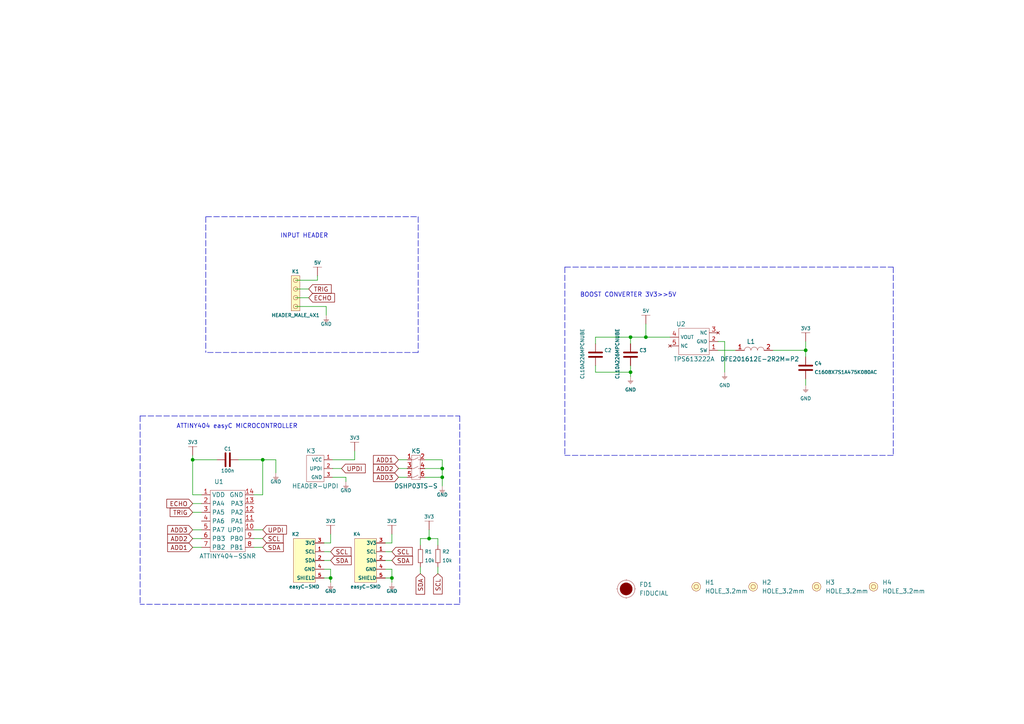
<source format=kicad_sch>
(kicad_sch (version 20211123) (generator eeschema)

  (uuid 4d0c9f34-de6b-47c0-8f85-715f1a5b1112)

  (paper "A4")

  (title_block
    (title "Ultrasonic sensor with easyC")
    (date "2021-06-09")
    (rev "V1.1.1.")
    (company "SOLDERED")
    (comment 1 "333001")
  )

  (lib_symbols
    (symbol "e-radionica.com schematics:0603C" (pin_numbers hide) (pin_names (offset 0.002)) (in_bom yes) (on_board yes)
      (property "Reference" "C" (id 0) (at -0.635 3.175 0)
        (effects (font (size 1 1)))
      )
      (property "Value" "0603C" (id 1) (at 0 -3.175 0)
        (effects (font (size 1 1)))
      )
      (property "Footprint" "e-radionica.com footprinti:0603C" (id 2) (at 0 0 0)
        (effects (font (size 1 1)) hide)
      )
      (property "Datasheet" "" (id 3) (at 0 0 0)
        (effects (font (size 1 1)) hide)
      )
      (symbol "0603C_0_1"
        (polyline
          (pts
            (xy -0.635 1.905)
            (xy -0.635 -1.905)
          )
          (stroke (width 0.5) (type default) (color 0 0 0 0))
          (fill (type none))
        )
        (polyline
          (pts
            (xy 0.635 1.905)
            (xy 0.635 -1.905)
          )
          (stroke (width 0.5) (type default) (color 0 0 0 0))
          (fill (type none))
        )
      )
      (symbol "0603C_1_1"
        (pin passive line (at -3.175 0 0) (length 2.54)
          (name "~" (effects (font (size 1.27 1.27))))
          (number "1" (effects (font (size 1.27 1.27))))
        )
        (pin passive line (at 3.175 0 180) (length 2.54)
          (name "~" (effects (font (size 1.27 1.27))))
          (number "2" (effects (font (size 1.27 1.27))))
        )
      )
    )
    (symbol "e-radionica.com schematics:0603R" (pin_numbers hide) (pin_names (offset 0.254)) (in_bom yes) (on_board yes)
      (property "Reference" "R" (id 0) (at -1.905 1.905 0)
        (effects (font (size 1 1)))
      )
      (property "Value" "0603R" (id 1) (at 0 -1.905 0)
        (effects (font (size 1 1)))
      )
      (property "Footprint" "e-radionica.com footprinti:0603R" (id 2) (at -0.635 1.905 0)
        (effects (font (size 1 1)) hide)
      )
      (property "Datasheet" "" (id 3) (at -0.635 1.905 0)
        (effects (font (size 1 1)) hide)
      )
      (symbol "0603R_0_1"
        (rectangle (start -1.905 -0.635) (end 1.905 -0.6604)
          (stroke (width 0.1) (type default) (color 0 0 0 0))
          (fill (type none))
        )
        (rectangle (start -1.905 0.635) (end -1.8796 -0.635)
          (stroke (width 0.1) (type default) (color 0 0 0 0))
          (fill (type none))
        )
        (rectangle (start -1.905 0.635) (end 1.905 0.6096)
          (stroke (width 0.1) (type default) (color 0 0 0 0))
          (fill (type none))
        )
        (rectangle (start 1.905 0.635) (end 1.9304 -0.635)
          (stroke (width 0.1) (type default) (color 0 0 0 0))
          (fill (type none))
        )
      )
      (symbol "0603R_1_1"
        (pin passive line (at -3.175 0 0) (length 1.27)
          (name "~" (effects (font (size 1.27 1.27))))
          (number "1" (effects (font (size 1.27 1.27))))
        )
        (pin passive line (at 3.175 0 180) (length 1.27)
          (name "~" (effects (font (size 1.27 1.27))))
          (number "2" (effects (font (size 1.27 1.27))))
        )
      )
    )
    (symbol "e-radionica.com schematics:0805C" (pin_numbers hide) (in_bom yes) (on_board yes)
      (property "Reference" "C" (id 0) (at -0.635 3.175 0)
        (effects (font (size 1 1)))
      )
      (property "Value" "0805C" (id 1) (at 0 -3.175 0)
        (effects (font (size 1 1)))
      )
      (property "Footprint" "e-radionica.com footprinti:0805C" (id 2) (at 0 0 0)
        (effects (font (size 1 1)) hide)
      )
      (property "Datasheet" "" (id 3) (at 0 0 0)
        (effects (font (size 1 1)) hide)
      )
      (symbol "0805C_0_1"
        (polyline
          (pts
            (xy -0.635 1.905)
            (xy -0.635 -1.905)
          )
          (stroke (width 0.5) (type default) (color 0 0 0 0))
          (fill (type none))
        )
        (polyline
          (pts
            (xy 0.635 1.905)
            (xy 0.635 -1.905)
          )
          (stroke (width 0.5) (type default) (color 0 0 0 0))
          (fill (type none))
        )
      )
      (symbol "0805C_1_1"
        (pin passive line (at -3.175 0 0) (length 2.54)
          (name "~" (effects (font (size 1.27 1.27))))
          (number "1" (effects (font (size 1.27 1.27))))
        )
        (pin passive line (at 3.175 0 180) (length 2.54)
          (name "~" (effects (font (size 1.27 1.27))))
          (number "2" (effects (font (size 1.27 1.27))))
        )
      )
    )
    (symbol "e-radionica.com schematics:0806L" (in_bom yes) (on_board yes)
      (property "Reference" "L" (id 0) (at 0 1.905 0)
        (effects (font (size 1.27 1.27)))
      )
      (property "Value" "0806L" (id 1) (at 0 -1.27 0)
        (effects (font (size 1.27 1.27)))
      )
      (property "Footprint" "e-radionica.com footprinti:0806L" (id 2) (at 0 -2.54 0)
        (effects (font (size 1.27 1.27)) hide)
      )
      (property "Datasheet" "" (id 3) (at 0 -1.27 0)
        (effects (font (size 1.27 1.27)) hide)
      )
      (symbol "0806L_0_1"
        (arc (start -1.27 0) (mid -2.2225 0.9388) (end -3.175 0)
          (stroke (width 0.0006) (type default) (color 0 0 0 0))
          (fill (type none))
        )
        (arc (start 0.635 0) (mid -0.3175 0.9388) (end -1.27 0)
          (stroke (width 0.0006) (type default) (color 0 0 0 0))
          (fill (type none))
        )
        (arc (start 2.54 0) (mid 1.5875 0.9388) (end 0.635 0)
          (stroke (width 0.0006) (type default) (color 0 0 0 0))
          (fill (type none))
        )
      )
      (symbol "0806L_1_1"
        (pin passive line (at -5.715 0 0) (length 2.54)
          (name "" (effects (font (size 1.27 1.27))))
          (number "1" (effects (font (size 1.27 1.27))))
        )
        (pin passive line (at 5.08 0 180) (length 2.54)
          (name "" (effects (font (size 1.27 1.27))))
          (number "2" (effects (font (size 1.27 1.27))))
        )
      )
    )
    (symbol "e-radionica.com schematics:3V3" (power) (pin_names (offset 0)) (in_bom yes) (on_board yes)
      (property "Reference" "#PWR" (id 0) (at 4.445 0 0)
        (effects (font (size 1 1)) hide)
      )
      (property "Value" "3V3" (id 1) (at 0 3.556 0)
        (effects (font (size 1 1)))
      )
      (property "Footprint" "" (id 2) (at 4.445 3.81 0)
        (effects (font (size 1 1)) hide)
      )
      (property "Datasheet" "" (id 3) (at 4.445 3.81 0)
        (effects (font (size 1 1)) hide)
      )
      (property "ki_keywords" "power-flag" (id 4) (at 0 0 0)
        (effects (font (size 1.27 1.27)) hide)
      )
      (property "ki_description" "Power symbol creates a global label with name \"+3V3\"" (id 5) (at 0 0 0)
        (effects (font (size 1.27 1.27)) hide)
      )
      (symbol "3V3_0_1"
        (polyline
          (pts
            (xy -1.27 2.54)
            (xy 1.27 2.54)
          )
          (stroke (width 0.0006) (type default) (color 0 0 0 0))
          (fill (type none))
        )
        (polyline
          (pts
            (xy 0 0)
            (xy 0 2.54)
          )
          (stroke (width 0) (type default) (color 0 0 0 0))
          (fill (type none))
        )
      )
      (symbol "3V3_1_1"
        (pin power_in line (at 0 0 90) (length 0) hide
          (name "3V3" (effects (font (size 1.27 1.27))))
          (number "1" (effects (font (size 1.27 1.27))))
        )
      )
    )
    (symbol "e-radionica.com schematics:5V" (power) (pin_names (offset 0)) (in_bom yes) (on_board yes)
      (property "Reference" "#PWR" (id 0) (at 4.445 0 0)
        (effects (font (size 1 1)) hide)
      )
      (property "Value" "5V" (id 1) (at 0 3.556 0)
        (effects (font (size 1 1)))
      )
      (property "Footprint" "" (id 2) (at 4.445 3.81 0)
        (effects (font (size 1 1)) hide)
      )
      (property "Datasheet" "" (id 3) (at 4.445 3.81 0)
        (effects (font (size 1 1)) hide)
      )
      (property "ki_keywords" "power-flag" (id 4) (at 0 0 0)
        (effects (font (size 1.27 1.27)) hide)
      )
      (property "ki_description" "Power symbol creates a global label with name \"+3V3\"" (id 5) (at 0 0 0)
        (effects (font (size 1.27 1.27)) hide)
      )
      (symbol "5V_0_1"
        (polyline
          (pts
            (xy -1.27 2.54)
            (xy 1.27 2.54)
          )
          (stroke (width 0.0006) (type default) (color 0 0 0 0))
          (fill (type none))
        )
        (polyline
          (pts
            (xy 0 0)
            (xy 0 2.54)
          )
          (stroke (width 0) (type default) (color 0 0 0 0))
          (fill (type none))
        )
      )
      (symbol "5V_1_1"
        (pin power_in line (at 0 0 90) (length 0) hide
          (name "5V" (effects (font (size 1.27 1.27))))
          (number "1" (effects (font (size 1.27 1.27))))
        )
      )
    )
    (symbol "e-radionica.com schematics:ATTINY404-SSNR" (in_bom yes) (on_board yes)
      (property "Reference" "U" (id 0) (at -5.08 10.16 0)
        (effects (font (size 1.27 1.27)))
      )
      (property "Value" "ATTINY404-SSNR" (id 1) (at 0 -10.16 0)
        (effects (font (size 1.27 1.27)))
      )
      (property "Footprint" "e-radionica.com footprinti:SOIC-14" (id 2) (at 0 -11.43 0)
        (effects (font (size 1.27 1.27)) hide)
      )
      (property "Datasheet" "" (id 3) (at 0 -2.54 0)
        (effects (font (size 1.27 1.27)) hide)
      )
      (symbol "ATTINY404-SSNR_0_1"
        (rectangle (start -5.08 8.89) (end 5.08 -8.89)
          (stroke (width 0.0006) (type default) (color 0 0 0 0))
          (fill (type none))
        )
      )
      (symbol "ATTINY404-SSNR_1_1"
        (pin power_in line (at -7.62 7.62 0) (length 2.54)
          (name "VDD" (effects (font (size 1.27 1.27))))
          (number "1" (effects (font (size 1.27 1.27))))
        )
        (pin bidirectional line (at 7.62 -2.54 180) (length 2.54)
          (name "UPDI" (effects (font (size 1.27 1.27))))
          (number "10" (effects (font (size 1.27 1.27))))
        )
        (pin bidirectional line (at 7.62 0 180) (length 2.54)
          (name "PA1" (effects (font (size 1.27 1.27))))
          (number "11" (effects (font (size 1.27 1.27))))
        )
        (pin bidirectional line (at 7.62 2.54 180) (length 2.54)
          (name "PA2" (effects (font (size 1.27 1.27))))
          (number "12" (effects (font (size 1.27 1.27))))
        )
        (pin bidirectional line (at 7.62 5.08 180) (length 2.54)
          (name "PA3" (effects (font (size 1.27 1.27))))
          (number "13" (effects (font (size 1.27 1.27))))
        )
        (pin power_in line (at 7.62 7.62 180) (length 2.54)
          (name "GND" (effects (font (size 1.27 1.27))))
          (number "14" (effects (font (size 1.27 1.27))))
        )
        (pin bidirectional line (at -7.62 5.08 0) (length 2.54)
          (name "PA4" (effects (font (size 1.27 1.27))))
          (number "2" (effects (font (size 1.27 1.27))))
        )
        (pin bidirectional line (at -7.62 2.54 0) (length 2.54)
          (name "PA5" (effects (font (size 1.27 1.27))))
          (number "3" (effects (font (size 1.27 1.27))))
        )
        (pin bidirectional line (at -7.62 0 0) (length 2.54)
          (name "PA6" (effects (font (size 1.27 1.27))))
          (number "4" (effects (font (size 1.27 1.27))))
        )
        (pin bidirectional line (at -7.62 -2.54 0) (length 2.54)
          (name "PA7" (effects (font (size 1.27 1.27))))
          (number "5" (effects (font (size 1.27 1.27))))
        )
        (pin bidirectional line (at -7.62 -5.08 0) (length 2.54)
          (name "PB3" (effects (font (size 1.27 1.27))))
          (number "6" (effects (font (size 1.27 1.27))))
        )
        (pin bidirectional line (at -7.62 -7.62 0) (length 2.54)
          (name "PB2" (effects (font (size 1.27 1.27))))
          (number "7" (effects (font (size 1.27 1.27))))
        )
        (pin bidirectional line (at 7.62 -7.62 180) (length 2.54)
          (name "PB1" (effects (font (size 1.27 1.27))))
          (number "8" (effects (font (size 1.27 1.27))))
        )
        (pin bidirectional line (at 7.62 -5.08 180) (length 2.54)
          (name "PB0" (effects (font (size 1.27 1.27))))
          (number "9" (effects (font (size 1.27 1.27))))
        )
      )
    )
    (symbol "e-radionica.com schematics:DSHP03TS-S" (in_bom yes) (on_board yes)
      (property "Reference" "K" (id 0) (at 0 5.08 0)
        (effects (font (size 1.27 1.27)))
      )
      (property "Value" "DSHP03TS-S" (id 1) (at 0 -5.08 0)
        (effects (font (size 1.27 1.27)))
      )
      (property "Footprint" "e-radionica.com footprinti:DSHP03TS-S" (id 2) (at -1.27 -7.62 0)
        (effects (font (size 1.27 1.27)) hide)
      )
      (property "Datasheet" "" (id 3) (at 0 0 0)
        (effects (font (size 1.27 1.27)) hide)
      )
      (property "ki_keywords" "DIP SW SWITCH " (id 4) (at 0 0 0)
        (effects (font (size 1.27 1.27)) hide)
      )
      (symbol "DSHP03TS-S_0_1"
        (rectangle (start -1.27 3.81) (end 1.27 -3.175)
          (stroke (width 0.0006) (type default) (color 0 0 0 0))
          (fill (type none))
        )
        (polyline
          (pts
            (xy 1.27 -2.54)
            (xy 0.635 -2.54)
          )
          (stroke (width 0.0006) (type default) (color 0 0 0 0))
          (fill (type none))
        )
        (polyline
          (pts
            (xy 1.27 0)
            (xy 0.635 0)
          )
          (stroke (width 0.0006) (type default) (color 0 0 0 0))
          (fill (type none))
        )
        (polyline
          (pts
            (xy 1.27 2.54)
            (xy 0.635 2.54)
          )
          (stroke (width 0.0006) (type default) (color 0 0 0 0))
          (fill (type none))
        )
        (polyline
          (pts
            (xy -1.27 -2.54)
            (xy -0.635 -2.54)
            (xy 0.635 -1.905)
          )
          (stroke (width 0.0006) (type default) (color 0 0 0 0))
          (fill (type none))
        )
        (polyline
          (pts
            (xy -1.27 0)
            (xy -0.635 0)
            (xy 0.635 0.635)
          )
          (stroke (width 0.0006) (type default) (color 0 0 0 0))
          (fill (type none))
        )
        (polyline
          (pts
            (xy -1.27 2.54)
            (xy -0.635 2.54)
            (xy 0.635 3.175)
          )
          (stroke (width 0.0006) (type default) (color 0 0 0 0))
          (fill (type none))
        )
      )
      (symbol "DSHP03TS-S_1_1"
        (pin bidirectional line (at -2.54 2.54 0) (length 1.27)
          (name "~" (effects (font (size 1.27 1.27))))
          (number "1" (effects (font (size 1.27 1.27))))
        )
        (pin bidirectional line (at 2.54 2.54 180) (length 1.27)
          (name "~" (effects (font (size 1.27 1.27))))
          (number "2" (effects (font (size 1.27 1.27))))
        )
        (pin bidirectional line (at -2.54 0 0) (length 1.27)
          (name "~" (effects (font (size 1.27 1.27))))
          (number "3" (effects (font (size 1.27 1.27))))
        )
        (pin bidirectional line (at 2.54 0 180) (length 1.27)
          (name "~" (effects (font (size 1.27 1.27))))
          (number "4" (effects (font (size 1.27 1.27))))
        )
        (pin bidirectional line (at -2.54 -2.54 0) (length 1.27)
          (name "~" (effects (font (size 1.27 1.27))))
          (number "5" (effects (font (size 1.27 1.27))))
        )
        (pin bidirectional line (at 2.54 -2.54 180) (length 1.27)
          (name "~" (effects (font (size 1.27 1.27))))
          (number "6" (effects (font (size 1.27 1.27))))
        )
      )
    )
    (symbol "e-radionica.com schematics:FIDUCIAL" (in_bom no) (on_board yes)
      (property "Reference" "FD" (id 0) (at 0 3.81 0)
        (effects (font (size 1.27 1.27)))
      )
      (property "Value" "FIDUCIAL" (id 1) (at 0 -3.81 0)
        (effects (font (size 1.27 1.27)))
      )
      (property "Footprint" "e-radionica.com footprinti:FIDUCIAL_23" (id 2) (at 0.254 -5.334 0)
        (effects (font (size 1.27 1.27)) hide)
      )
      (property "Datasheet" "" (id 3) (at 0 0 0)
        (effects (font (size 1.27 1.27)) hide)
      )
      (symbol "FIDUCIAL_0_1"
        (polyline
          (pts
            (xy -2.54 0)
            (xy -2.794 0)
          )
          (stroke (width 0.0006) (type default) (color 0 0 0 0))
          (fill (type none))
        )
        (polyline
          (pts
            (xy 0 -2.54)
            (xy 0 -2.794)
          )
          (stroke (width 0.0006) (type default) (color 0 0 0 0))
          (fill (type none))
        )
        (polyline
          (pts
            (xy 0 2.54)
            (xy 0 2.794)
          )
          (stroke (width 0.0006) (type default) (color 0 0 0 0))
          (fill (type none))
        )
        (polyline
          (pts
            (xy 2.54 0)
            (xy 2.794 0)
          )
          (stroke (width 0.0006) (type default) (color 0 0 0 0))
          (fill (type none))
        )
        (circle (center 0 0) (radius 1.7961)
          (stroke (width 0.001) (type default) (color 0 0 0 0))
          (fill (type outline))
        )
        (circle (center 0 0) (radius 2.54)
          (stroke (width 0.0006) (type default) (color 0 0 0 0))
          (fill (type none))
        )
      )
    )
    (symbol "e-radionica.com schematics:GND" (power) (pin_names (offset 0)) (in_bom yes) (on_board yes)
      (property "Reference" "#PWR" (id 0) (at 4.445 0 0)
        (effects (font (size 1 1)) hide)
      )
      (property "Value" "GND" (id 1) (at 0 -2.921 0)
        (effects (font (size 1 1)))
      )
      (property "Footprint" "" (id 2) (at 4.445 3.81 0)
        (effects (font (size 1 1)) hide)
      )
      (property "Datasheet" "" (id 3) (at 4.445 3.81 0)
        (effects (font (size 1 1)) hide)
      )
      (property "ki_keywords" "power-flag" (id 4) (at 0 0 0)
        (effects (font (size 1.27 1.27)) hide)
      )
      (property "ki_description" "Power symbol creates a global label with name \"+3V3\"" (id 5) (at 0 0 0)
        (effects (font (size 1.27 1.27)) hide)
      )
      (symbol "GND_0_1"
        (polyline
          (pts
            (xy -0.762 -1.27)
            (xy 0.762 -1.27)
          )
          (stroke (width 0.0006) (type default) (color 0 0 0 0))
          (fill (type none))
        )
        (polyline
          (pts
            (xy -0.635 -1.524)
            (xy 0.635 -1.524)
          )
          (stroke (width 0.0006) (type default) (color 0 0 0 0))
          (fill (type none))
        )
        (polyline
          (pts
            (xy -0.381 -1.778)
            (xy 0.381 -1.778)
          )
          (stroke (width 0.0006) (type default) (color 0 0 0 0))
          (fill (type none))
        )
        (polyline
          (pts
            (xy -0.127 -2.032)
            (xy 0.127 -2.032)
          )
          (stroke (width 0.0006) (type default) (color 0 0 0 0))
          (fill (type none))
        )
        (polyline
          (pts
            (xy 0 0)
            (xy 0 -1.27)
          )
          (stroke (width 0.0006) (type default) (color 0 0 0 0))
          (fill (type none))
        )
      )
      (symbol "GND_1_1"
        (pin power_in line (at 0 0 270) (length 0) hide
          (name "GND" (effects (font (size 1.27 1.27))))
          (number "1" (effects (font (size 1.27 1.27))))
        )
      )
    )
    (symbol "e-radionica.com schematics:HEADER-UPDI" (in_bom yes) (on_board yes)
      (property "Reference" "K" (id 0) (at -1.27 5.08 0)
        (effects (font (size 1.27 1.27)))
      )
      (property "Value" "HEADER-UPDI" (id 1) (at 0 -5.08 0)
        (effects (font (size 1.27 1.27)))
      )
      (property "Footprint" "e-radionica.com footprinti:HEADER-UPDI" (id 2) (at 2.54 -7.62 0)
        (effects (font (size 1.27 1.27)) hide)
      )
      (property "Datasheet" "" (id 3) (at 2.54 0 0)
        (effects (font (size 1.27 1.27)) hide)
      )
      (symbol "HEADER-UPDI_0_1"
        (rectangle (start -2.54 3.81) (end 2.54 -3.81)
          (stroke (width 0.0006) (type default) (color 0 0 0 0))
          (fill (type none))
        )
      )
      (symbol "HEADER-UPDI_1_1"
        (pin power_in line (at 5.08 2.54 180) (length 2.54)
          (name "VCC" (effects (font (size 1 1))))
          (number "1" (effects (font (size 1 1))))
        )
        (pin bidirectional line (at 5.08 0 180) (length 2.54)
          (name "UPDI" (effects (font (size 1 1))))
          (number "2" (effects (font (size 1 1))))
        )
        (pin power_in line (at 5.08 -2.54 180) (length 2.54)
          (name "GND" (effects (font (size 1 1))))
          (number "3" (effects (font (size 1 1))))
        )
      )
    )
    (symbol "e-radionica.com schematics:HEADER_MALE_4X1" (pin_numbers hide) (pin_names hide) (in_bom yes) (on_board yes)
      (property "Reference" "K" (id 0) (at -0.635 7.62 0)
        (effects (font (size 1 1)))
      )
      (property "Value" "HEADER_MALE_4X1" (id 1) (at 0 -5.08 0)
        (effects (font (size 1 1)))
      )
      (property "Footprint" "e-radionica.com footprinti:HEADER_MALE_4X1" (id 2) (at 0 -2.54 0)
        (effects (font (size 1 1)) hide)
      )
      (property "Datasheet" "" (id 3) (at 0 -2.54 0)
        (effects (font (size 1 1)) hide)
      )
      (symbol "HEADER_MALE_4X1_0_1"
        (circle (center 0 -2.54) (radius 0.635)
          (stroke (width 0.0006) (type default) (color 0 0 0 0))
          (fill (type none))
        )
        (circle (center 0 0) (radius 0.635)
          (stroke (width 0.0006) (type default) (color 0 0 0 0))
          (fill (type none))
        )
        (circle (center 0 2.54) (radius 0.635)
          (stroke (width 0.0006) (type default) (color 0 0 0 0))
          (fill (type none))
        )
        (circle (center 0 5.08) (radius 0.635)
          (stroke (width 0.0006) (type default) (color 0 0 0 0))
          (fill (type none))
        )
        (rectangle (start 1.27 -3.81) (end -1.27 6.35)
          (stroke (width 0.001) (type default) (color 0 0 0 0))
          (fill (type background))
        )
      )
      (symbol "HEADER_MALE_4X1_1_1"
        (pin passive line (at 0 -2.54 180) (length 0)
          (name "~" (effects (font (size 1 1))))
          (number "1" (effects (font (size 1 1))))
        )
        (pin passive line (at 0 0 180) (length 0)
          (name "~" (effects (font (size 1 1))))
          (number "2" (effects (font (size 1 1))))
        )
        (pin passive line (at 0 2.54 180) (length 0)
          (name "~" (effects (font (size 1 1))))
          (number "3" (effects (font (size 1 1))))
        )
        (pin passive line (at 0 5.08 180) (length 0)
          (name "~" (effects (font (size 1 1))))
          (number "4" (effects (font (size 1 1))))
        )
      )
    )
    (symbol "e-radionica.com schematics:HOLE_3.2mm" (pin_numbers hide) (pin_names hide) (in_bom yes) (on_board yes)
      (property "Reference" "H" (id 0) (at 0 2.54 0)
        (effects (font (size 1.27 1.27)))
      )
      (property "Value" "HOLE_3.2mm" (id 1) (at 0 -2.54 0)
        (effects (font (size 1.27 1.27)))
      )
      (property "Footprint" "e-radionica.com footprinti:HOLE_3.2mm" (id 2) (at 0 0 0)
        (effects (font (size 1.27 1.27)) hide)
      )
      (property "Datasheet" "" (id 3) (at 0 0 0)
        (effects (font (size 1.27 1.27)) hide)
      )
      (symbol "HOLE_3.2mm_0_1"
        (circle (center 0 0) (radius 0.635)
          (stroke (width 0.0006) (type default) (color 0 0 0 0))
          (fill (type none))
        )
        (circle (center 0 0) (radius 1.27)
          (stroke (width 0.001) (type default) (color 0 0 0 0))
          (fill (type background))
        )
      )
    )
    (symbol "e-radionica.com schematics:TPS613222A" (in_bom yes) (on_board yes)
      (property "Reference" "U" (id 0) (at 0 5.08 0)
        (effects (font (size 1.27 1.27)))
      )
      (property "Value" "TPS613222A" (id 1) (at 0 -5.08 0)
        (effects (font (size 1.27 1.27)))
      )
      (property "Footprint" "e-radionica.com footprinti:tps613222a" (id 2) (at -0.635 0 0)
        (effects (font (size 1.27 1.27)) hide)
      )
      (property "Datasheet" "" (id 3) (at -0.635 0 0)
        (effects (font (size 1.27 1.27)) hide)
      )
      (symbol "TPS613222A_0_1"
        (rectangle (start -4.445 3.81) (end 4.445 -3.81)
          (stroke (width 0.0006) (type default) (color 0 0 0 0))
          (fill (type none))
        )
      )
      (symbol "TPS613222A_1_1"
        (pin passive line (at 6.985 -2.54 180) (length 2.54)
          (name "SW" (effects (font (size 1 1))))
          (number "1" (effects (font (size 1.27 1.27))))
        )
        (pin passive line (at 6.985 0 180) (length 2.54)
          (name "GND" (effects (font (size 1 1))))
          (number "2" (effects (font (size 1 1))))
        )
        (pin no_connect line (at 6.985 2.54 180) (length 2.54)
          (name "NC" (effects (font (size 1 1))))
          (number "3" (effects (font (size 1.27 1.27))))
        )
        (pin passive line (at -6.985 1.27 0) (length 2.54)
          (name "VOUT" (effects (font (size 1 1))))
          (number "4" (effects (font (size 1.27 1.27))))
        )
        (pin no_connect line (at -6.985 -1.27 0) (length 2.54)
          (name "NC" (effects (font (size 1 1))))
          (number "5" (effects (font (size 1.27 1.27))))
        )
      )
    )
    (symbol "e-radionica.com schematics:easyC-SMD" (pin_names (offset 0.002)) (in_bom yes) (on_board yes)
      (property "Reference" "K" (id 0) (at -2.54 10.16 0)
        (effects (font (size 1 1)))
      )
      (property "Value" "easyC-SMD" (id 1) (at 0 -5.08 0)
        (effects (font (size 1 1)))
      )
      (property "Footprint" "e-radionica.com footprinti:easyC-connector" (id 2) (at 3.175 2.54 0)
        (effects (font (size 1 1)) hide)
      )
      (property "Datasheet" "" (id 3) (at 3.175 2.54 0)
        (effects (font (size 1 1)) hide)
      )
      (symbol "easyC-SMD_0_1"
        (rectangle (start -3.175 8.89) (end 3.175 -3.81)
          (stroke (width 0.001) (type default) (color 0 0 0 0))
          (fill (type background))
        )
      )
      (symbol "easyC-SMD_1_1"
        (pin passive line (at 5.715 5.08 180) (length 2.54)
          (name "SCL" (effects (font (size 1 1))))
          (number "1" (effects (font (size 1 1))))
        )
        (pin passive line (at 5.715 2.54 180) (length 2.54)
          (name "SDA" (effects (font (size 1 1))))
          (number "2" (effects (font (size 1 1))))
        )
        (pin passive line (at 5.715 7.62 180) (length 2.54)
          (name "3V3" (effects (font (size 1 1))))
          (number "3" (effects (font (size 1 1))))
        )
        (pin passive line (at 5.715 0 180) (length 2.54)
          (name "GND" (effects (font (size 1 1))))
          (number "4" (effects (font (size 1 1))))
        )
        (pin passive line (at 5.715 -2.54 180) (length 2.54)
          (name "SHIELD" (effects (font (size 1 1))))
          (number "5" (effects (font (size 1 1))))
        )
      )
    )
  )

  (junction (at 182.88 107.95) (diameter 0.9144) (color 0 0 0 0)
    (uuid 1a1ab354-5f85-45f9-938c-9f6c4c8c3ea2)
  )
  (junction (at 76.2 133.35) (diameter 0.9144) (color 0 0 0 0)
    (uuid 2d210a96-f81f-42a9-8bf4-1b43c11086f3)
  )
  (junction (at 187.325 97.79) (diameter 0.9144) (color 0 0 0 0)
    (uuid 42713045-fffd-4b2d-ae1e-7232d705fb12)
  )
  (junction (at 124.46 156.21) (diameter 0.9144) (color 0 0 0 0)
    (uuid 666713b0-70f4-42df-8761-f65bc212d03b)
  )
  (junction (at 113.665 167.64) (diameter 0.9144) (color 0 0 0 0)
    (uuid 6c2e273e-743c-4f1e-a647-4171f8122550)
  )
  (junction (at 182.88 97.79) (diameter 0.9144) (color 0 0 0 0)
    (uuid 7aed3a71-054b-4aaa-9c0a-030523c32827)
  )
  (junction (at 128.27 135.89) (diameter 0.9144) (color 0 0 0 0)
    (uuid 7dc880bc-e7eb-4cce-8d8c-0b65a9dd788e)
  )
  (junction (at 128.27 138.43) (diameter 0.9144) (color 0 0 0 0)
    (uuid 9157f4ae-0244-4ff1-9f73-3cb4cbb5f280)
  )
  (junction (at 55.88 133.35) (diameter 0.9144) (color 0 0 0 0)
    (uuid 9bb20359-0f8b-45bc-9d38-6626ed3a939d)
  )
  (junction (at 233.68 101.6) (diameter 0.9144) (color 0 0 0 0)
    (uuid c0515cd2-cdaa-467e-8354-0f6eadfa35c9)
  )
  (junction (at 95.885 167.64) (diameter 0.9144) (color 0 0 0 0)
    (uuid e857610b-4434-4144-b04e-43c1ebdc5ceb)
  )

  (wire (pts (xy 96.52 135.89) (xy 99.06 135.89))
    (stroke (width 0) (type solid) (color 0 0 0 0))
    (uuid 0b2942cd-afd9-4186-8c84-5b0c42f1d7a3)
  )
  (wire (pts (xy 76.2 143.51) (xy 73.66 143.51))
    (stroke (width 0) (type solid) (color 0 0 0 0))
    (uuid 11a19170-5dd1-4826-94eb-554ccb420ba5)
  )
  (polyline (pts (xy 133.35 175.26) (xy 40.64 175.26))
    (stroke (width 0) (type dash) (color 0 0 0 0))
    (uuid 135f0415-ffed-432f-bb49-b736cbc0481f)
  )

  (wire (pts (xy 115.57 135.89) (xy 118.11 135.89))
    (stroke (width 0) (type solid) (color 0 0 0 0))
    (uuid 297970c5-690b-4d33-b4dd-30cab78e8740)
  )
  (wire (pts (xy 233.68 101.6) (xy 233.68 103.505))
    (stroke (width 0) (type solid) (color 0 0 0 0))
    (uuid 2a133b58-d08c-4318-ace6-1a20beb8d88e)
  )
  (polyline (pts (xy 259.08 77.47) (xy 259.08 132.08))
    (stroke (width 0) (type dash) (color 0 0 0 0))
    (uuid 2cb8ebba-da75-4bb4-b268-a29273c08606)
  )

  (wire (pts (xy 95.885 157.48) (xy 95.885 154.94))
    (stroke (width 0) (type solid) (color 0 0 0 0))
    (uuid 314c6bc6-74d6-4bb0-b993-532f2a466110)
  )
  (wire (pts (xy 73.66 156.21) (xy 76.2 156.21))
    (stroke (width 0) (type solid) (color 0 0 0 0))
    (uuid 314decb3-0fb4-4f3d-8386-f9db04e4e5df)
  )
  (wire (pts (xy 55.88 158.75) (xy 58.42 158.75))
    (stroke (width 0) (type solid) (color 0 0 0 0))
    (uuid 31c1a20a-4a0b-4484-80b3-5b852f64c8e6)
  )
  (wire (pts (xy 187.325 97.79) (xy 187.325 93.98))
    (stroke (width 0) (type solid) (color 0 0 0 0))
    (uuid 3511921c-3248-499f-9701-9d2d8450d8f9)
  )
  (wire (pts (xy 182.88 97.79) (xy 182.88 99.695))
    (stroke (width 0) (type solid) (color 0 0 0 0))
    (uuid 38d43faa-73f2-4539-908e-50c7791268de)
  )
  (wire (pts (xy 127 164.465) (xy 127 166.37))
    (stroke (width 0) (type solid) (color 0 0 0 0))
    (uuid 3b594416-8dce-44f8-8a34-89c26c839d18)
  )
  (wire (pts (xy 182.88 106.045) (xy 182.88 107.95))
    (stroke (width 0) (type solid) (color 0 0 0 0))
    (uuid 3b91937b-160c-4c5c-b106-2aadc4489ace)
  )
  (wire (pts (xy 182.88 107.95) (xy 182.88 109.22))
    (stroke (width 0) (type solid) (color 0 0 0 0))
    (uuid 3b91937b-160c-4c5c-b106-2aadc4489acf)
  )
  (wire (pts (xy 111.76 160.02) (xy 113.665 160.02))
    (stroke (width 0) (type solid) (color 0 0 0 0))
    (uuid 3be12572-b004-4f70-98fe-32d915d9fd5e)
  )
  (wire (pts (xy 93.98 160.02) (xy 95.885 160.02))
    (stroke (width 0) (type solid) (color 0 0 0 0))
    (uuid 3fff9927-5777-4420-ab5b-cd3b06d96682)
  )
  (wire (pts (xy 172.72 106.045) (xy 172.72 107.95))
    (stroke (width 0) (type solid) (color 0 0 0 0))
    (uuid 43d977ef-55ed-49fc-b4c3-c18398f7df6c)
  )
  (wire (pts (xy 172.72 107.95) (xy 182.88 107.95))
    (stroke (width 0) (type solid) (color 0 0 0 0))
    (uuid 43d977ef-55ed-49fc-b4c3-c18398f7df6d)
  )
  (wire (pts (xy 124.46 156.21) (xy 124.46 153.67))
    (stroke (width 0) (type solid) (color 0 0 0 0))
    (uuid 4510253d-7bdd-4ce3-8760-5dce81564d06)
  )
  (wire (pts (xy 55.88 156.21) (xy 58.42 156.21))
    (stroke (width 0) (type solid) (color 0 0 0 0))
    (uuid 4570bf50-f5e2-4f55-8fbb-bcbc579eebb4)
  )
  (wire (pts (xy 111.76 165.1) (xy 113.665 165.1))
    (stroke (width 0) (type solid) (color 0 0 0 0))
    (uuid 45bfe89d-e2da-44d3-aee4-e69c59ed4d70)
  )
  (wire (pts (xy 208.28 99.06) (xy 210.185 99.06))
    (stroke (width 0) (type solid) (color 0 0 0 0))
    (uuid 470690a0-9d3a-45c1-8a95-e9e72b1795ad)
  )
  (wire (pts (xy 80.01 133.35) (xy 80.01 137.16))
    (stroke (width 0) (type solid) (color 0 0 0 0))
    (uuid 4f9d1288-aa87-43cc-868e-3ff34cfc024c)
  )
  (wire (pts (xy 115.57 138.43) (xy 118.11 138.43))
    (stroke (width 0) (type solid) (color 0 0 0 0))
    (uuid 537a98d2-b662-4935-b32f-6fad5269bd79)
  )
  (wire (pts (xy 55.88 153.67) (xy 58.42 153.67))
    (stroke (width 0) (type solid) (color 0 0 0 0))
    (uuid 5a5948b6-055d-4b2c-8d33-99b4fe97fdda)
  )
  (wire (pts (xy 96.52 133.35) (xy 102.87 133.35))
    (stroke (width 0) (type solid) (color 0 0 0 0))
    (uuid 5d4ea3dd-837f-4145-a63f-6ad9d2809aef)
  )
  (wire (pts (xy 172.72 97.79) (xy 182.88 97.79))
    (stroke (width 0) (type solid) (color 0 0 0 0))
    (uuid 60d75a9c-176a-413b-995a-2ed731809cb9)
  )
  (wire (pts (xy 182.88 97.79) (xy 187.325 97.79))
    (stroke (width 0) (type solid) (color 0 0 0 0))
    (uuid 60d75a9c-176a-413b-995a-2ed731809cba)
  )
  (wire (pts (xy 102.87 133.35) (xy 102.87 130.81))
    (stroke (width 0) (type solid) (color 0 0 0 0))
    (uuid 63c2382c-6f69-4379-b50d-76db1b1fd124)
  )
  (wire (pts (xy 127 158.115) (xy 127 156.21))
    (stroke (width 0) (type solid) (color 0 0 0 0))
    (uuid 69c5e244-7a14-46c5-86ea-7a83910dbd10)
  )
  (wire (pts (xy 58.42 143.51) (xy 55.88 143.51))
    (stroke (width 0) (type solid) (color 0 0 0 0))
    (uuid 6a3fab04-2168-4b2a-94e1-8da9e926b4c5)
  )
  (wire (pts (xy 113.665 165.1) (xy 113.665 167.64))
    (stroke (width 0) (type solid) (color 0 0 0 0))
    (uuid 6c339054-c0bf-46f2-abbb-0e91d011c8d8)
  )
  (wire (pts (xy 69.215 133.35) (xy 76.2 133.35))
    (stroke (width 0) (type solid) (color 0 0 0 0))
    (uuid 733c1bcd-a22b-4ff9-a5fe-7bb4ae657746)
  )
  (wire (pts (xy 121.92 156.21) (xy 124.46 156.21))
    (stroke (width 0) (type solid) (color 0 0 0 0))
    (uuid 7639a1ae-c2ae-4b03-8d25-3adb9b9a1fc5)
  )
  (wire (pts (xy 128.27 133.35) (xy 128.27 135.89))
    (stroke (width 0) (type solid) (color 0 0 0 0))
    (uuid 76b7a8bd-dffa-4bdb-be73-c595d24bd066)
  )
  (wire (pts (xy 96.52 138.43) (xy 100.33 138.43))
    (stroke (width 0) (type solid) (color 0 0 0 0))
    (uuid 7a58b610-9f03-4cdd-b897-6bcd2f993e00)
  )
  (wire (pts (xy 123.19 133.35) (xy 128.27 133.35))
    (stroke (width 0) (type solid) (color 0 0 0 0))
    (uuid 7c1363bf-6286-4164-ba0f-a6901362e3b4)
  )
  (wire (pts (xy 113.665 167.64) (xy 113.665 168.91))
    (stroke (width 0) (type solid) (color 0 0 0 0))
    (uuid 7e5982b4-4e53-4b6d-a2a9-f63ea3914052)
  )
  (wire (pts (xy 233.68 109.855) (xy 233.68 111.76))
    (stroke (width 0) (type solid) (color 0 0 0 0))
    (uuid 82375152-7f33-4bbb-8e27-ca69505712ce)
  )
  (wire (pts (xy 224.155 101.6) (xy 233.68 101.6))
    (stroke (width 0) (type solid) (color 0 0 0 0))
    (uuid 82c4e3d0-1204-46cc-8664-01acd49546b1)
  )
  (wire (pts (xy 233.68 101.6) (xy 233.68 99.06))
    (stroke (width 0) (type solid) (color 0 0 0 0))
    (uuid 82c4e3d0-1204-46cc-8664-01acd49546b2)
  )
  (wire (pts (xy 121.92 164.465) (xy 121.92 166.37))
    (stroke (width 0) (type solid) (color 0 0 0 0))
    (uuid 842fa2e4-eb02-4e4a-88c5-f02839ab5c96)
  )
  (polyline (pts (xy 40.64 120.65) (xy 133.35 120.65))
    (stroke (width 0) (type dash) (color 0 0 0 0))
    (uuid 862ad63a-7c31-44f3-a7da-ac91b041f19f)
  )

  (wire (pts (xy 111.76 162.56) (xy 113.665 162.56))
    (stroke (width 0) (type solid) (color 0 0 0 0))
    (uuid 86726881-e2dd-43ea-b227-9e857c9d6f78)
  )
  (wire (pts (xy 62.865 133.35) (xy 55.88 133.35))
    (stroke (width 0) (type solid) (color 0 0 0 0))
    (uuid 8bacf919-2ae4-49dd-9077-a6d165ebf11a)
  )
  (wire (pts (xy 85.725 83.82) (xy 89.535 83.82))
    (stroke (width 0) (type solid) (color 0 0 0 0))
    (uuid 8bf05110-7624-4130-8f89-6ae8c3b6456f)
  )
  (wire (pts (xy 73.66 158.75) (xy 76.2 158.75))
    (stroke (width 0) (type solid) (color 0 0 0 0))
    (uuid 8d502ffb-f72b-4f77-b2e8-77cf653306e8)
  )
  (wire (pts (xy 123.19 138.43) (xy 128.27 138.43))
    (stroke (width 0) (type solid) (color 0 0 0 0))
    (uuid 8fb728aa-6b0a-4e54-b39e-7440c2f000c8)
  )
  (wire (pts (xy 95.885 165.1) (xy 95.885 167.64))
    (stroke (width 0) (type solid) (color 0 0 0 0))
    (uuid 9a749440-61e7-40a9-a15c-1dd866706d69)
  )
  (wire (pts (xy 85.725 81.28) (xy 92.075 81.28))
    (stroke (width 0) (type solid) (color 0 0 0 0))
    (uuid 9b06c96f-da62-4127-9deb-7329a66a8cad)
  )
  (wire (pts (xy 92.075 81.28) (xy 92.075 80.01))
    (stroke (width 0) (type solid) (color 0 0 0 0))
    (uuid 9b06c96f-da62-4127-9deb-7329a66a8cae)
  )
  (wire (pts (xy 93.98 167.64) (xy 95.885 167.64))
    (stroke (width 0) (type solid) (color 0 0 0 0))
    (uuid a10e3ee4-2acb-499f-9c08-d684f2b9af23)
  )
  (wire (pts (xy 93.98 165.1) (xy 95.885 165.1))
    (stroke (width 0) (type solid) (color 0 0 0 0))
    (uuid a19ba357-81a9-4ae7-bb04-a3cfa24319c1)
  )
  (wire (pts (xy 85.725 88.9) (xy 94.615 88.9))
    (stroke (width 0) (type solid) (color 0 0 0 0))
    (uuid a6d595b6-ba3c-45dd-92ce-b78cb8cd20b6)
  )
  (wire (pts (xy 94.615 88.9) (xy 94.615 91.44))
    (stroke (width 0) (type solid) (color 0 0 0 0))
    (uuid a6d595b6-ba3c-45dd-92ce-b78cb8cd20b7)
  )
  (wire (pts (xy 85.725 86.36) (xy 89.535 86.36))
    (stroke (width 0) (type solid) (color 0 0 0 0))
    (uuid a818c44e-2393-44c4-8b44-87dcd85f357f)
  )
  (wire (pts (xy 76.2 133.35) (xy 80.01 133.35))
    (stroke (width 0) (type solid) (color 0 0 0 0))
    (uuid b51b0738-2b65-4183-9f4b-cc845541023b)
  )
  (wire (pts (xy 172.72 97.79) (xy 172.72 99.695))
    (stroke (width 0) (type solid) (color 0 0 0 0))
    (uuid b52b4f8c-3c47-4f75-bfce-c42082e17586)
  )
  (wire (pts (xy 115.57 133.35) (xy 118.11 133.35))
    (stroke (width 0) (type solid) (color 0 0 0 0))
    (uuid b96fb1b6-e0de-408f-9e43-c4f5632ecfad)
  )
  (wire (pts (xy 113.665 157.48) (xy 113.665 154.94))
    (stroke (width 0) (type solid) (color 0 0 0 0))
    (uuid bcc9d80b-87c5-4a42-a295-945491a2293c)
  )
  (polyline (pts (xy 259.08 132.08) (xy 163.83 132.08))
    (stroke (width 0) (type dash) (color 0 0 0 0))
    (uuid be5bd68f-f460-4896-8c54-657d4a0c3337)
  )

  (wire (pts (xy 128.27 135.89) (xy 128.27 138.43))
    (stroke (width 0) (type solid) (color 0 0 0 0))
    (uuid beacf700-8a5d-4956-92f4-f7da0ea05a12)
  )
  (wire (pts (xy 93.98 157.48) (xy 95.885 157.48))
    (stroke (width 0) (type solid) (color 0 0 0 0))
    (uuid c5b3fce5-efc2-49a0-b041-85d5291f214a)
  )
  (polyline (pts (xy 133.35 120.65) (xy 133.35 175.26))
    (stroke (width 0) (type dash) (color 0 0 0 0))
    (uuid c976dae7-0513-43e3-a40d-ff9aee9b167e)
  )

  (wire (pts (xy 95.885 167.64) (xy 95.885 168.91))
    (stroke (width 0) (type solid) (color 0 0 0 0))
    (uuid d0e78210-9fe9-4be2-86d6-50ccbbe8e264)
  )
  (wire (pts (xy 127 156.21) (xy 124.46 156.21))
    (stroke (width 0) (type solid) (color 0 0 0 0))
    (uuid d4359b8d-2652-4a12-abdc-fd3dc723e3cd)
  )
  (wire (pts (xy 210.185 99.06) (xy 210.185 107.95))
    (stroke (width 0) (type solid) (color 0 0 0 0))
    (uuid d4c7e9ca-1977-487c-a06b-72af48160454)
  )
  (wire (pts (xy 55.88 148.59) (xy 58.42 148.59))
    (stroke (width 0) (type solid) (color 0 0 0 0))
    (uuid d6bd6235-03d3-4467-94a9-f1f7e0787f75)
  )
  (wire (pts (xy 111.76 167.64) (xy 113.665 167.64))
    (stroke (width 0) (type solid) (color 0 0 0 0))
    (uuid d71af278-3abc-4685-95ed-6550509be2ac)
  )
  (wire (pts (xy 208.28 101.6) (xy 213.36 101.6))
    (stroke (width 0) (type solid) (color 0 0 0 0))
    (uuid d73d0200-2ca8-451c-8c55-f792ca01415a)
  )
  (wire (pts (xy 187.325 97.79) (xy 194.31 97.79))
    (stroke (width 0) (type solid) (color 0 0 0 0))
    (uuid d89da4bb-d7b3-47e0-a141-01df6ee68c2d)
  )
  (polyline (pts (xy 163.83 77.47) (xy 259.08 77.47))
    (stroke (width 0) (type dash) (color 0 0 0 0))
    (uuid db712968-74d4-45fa-bf06-04a28cd129b0)
  )
  (polyline (pts (xy 40.64 120.65) (xy 40.64 175.26))
    (stroke (width 0) (type dash) (color 0 0 0 0))
    (uuid e195d583-cb88-49f7-860f-796c03d8897c)
  )

  (wire (pts (xy 76.2 133.35) (xy 76.2 143.51))
    (stroke (width 0) (type solid) (color 0 0 0 0))
    (uuid e23b8707-0155-48db-a418-f0932beafebe)
  )
  (wire (pts (xy 121.92 158.115) (xy 121.92 156.21))
    (stroke (width 0) (type solid) (color 0 0 0 0))
    (uuid e2c53539-af1d-4aad-9db7-ae9cdd6ebdd9)
  )
  (wire (pts (xy 73.66 153.67) (xy 76.2 153.67))
    (stroke (width 0) (type solid) (color 0 0 0 0))
    (uuid eb65ab12-6630-4ed9-9cb3-e5e87d051da0)
  )
  (wire (pts (xy 111.76 157.48) (xy 113.665 157.48))
    (stroke (width 0) (type solid) (color 0 0 0 0))
    (uuid ecceedfd-d7b0-4af3-bab1-9862eaa8122b)
  )
  (wire (pts (xy 123.19 135.89) (xy 128.27 135.89))
    (stroke (width 0) (type solid) (color 0 0 0 0))
    (uuid ed95a58a-7466-4d38-8e2f-4d506957edf7)
  )
  (wire (pts (xy 100.33 138.43) (xy 100.33 139.7))
    (stroke (width 0) (type solid) (color 0 0 0 0))
    (uuid edc6fefb-2ab7-4d93-a4ff-6feb9c75e54c)
  )
  (polyline (pts (xy 163.83 77.47) (xy 163.83 132.08))
    (stroke (width 0) (type dash) (color 0 0 0 0))
    (uuid f011dd89-1b2c-4de0-957a-bbfa17f04a38)
  )

  (wire (pts (xy 55.88 146.05) (xy 58.42 146.05))
    (stroke (width 0) (type solid) (color 0 0 0 0))
    (uuid f0361f75-be02-4bfa-9aca-356b3816f2eb)
  )
  (wire (pts (xy 93.98 162.56) (xy 95.885 162.56))
    (stroke (width 0) (type solid) (color 0 0 0 0))
    (uuid f1e2983b-aa06-4b01-9d08-669b417c0f46)
  )
  (wire (pts (xy 55.88 133.35) (xy 55.88 132.08))
    (stroke (width 0) (type solid) (color 0 0 0 0))
    (uuid f360bd80-6f5f-42a0-9267-36c6cd532c50)
  )
  (wire (pts (xy 55.88 143.51) (xy 55.88 133.35))
    (stroke (width 0) (type solid) (color 0 0 0 0))
    (uuid f3f57bc3-e99c-4051-bb80-11688509a579)
  )
  (polyline (pts (xy 59.69 62.865) (xy 59.69 102.235))
    (stroke (width 0) (type dash) (color 0 0 0 0))
    (uuid f7c37056-6a30-4ba5-bea7-7088980e1e22)
  )
  (polyline (pts (xy 59.69 62.865) (xy 121.285 62.865))
    (stroke (width 0) (type dash) (color 0 0 0 0))
    (uuid f7c37056-6a30-4ba5-bea7-7088980e1e23)
  )
  (polyline (pts (xy 121.285 62.865) (xy 121.285 102.235))
    (stroke (width 0) (type dash) (color 0 0 0 0))
    (uuid f7c37056-6a30-4ba5-bea7-7088980e1e24)
  )
  (polyline (pts (xy 121.285 102.235) (xy 59.69 102.235))
    (stroke (width 0) (type dash) (color 0 0 0 0))
    (uuid f7c37056-6a30-4ba5-bea7-7088980e1e25)
  )

  (wire (pts (xy 128.27 138.43) (xy 128.27 140.97))
    (stroke (width 0) (type solid) (color 0 0 0 0))
    (uuid fc06b518-d7d7-4f6b-ba8d-09dcfa073c89)
  )

  (text "BOOST CONVERTER 3V3>>5V" (at 196.215 86.36 180)
    (effects (font (size 1.27 1.27)) (justify right bottom))
    (uuid 296db9cf-614b-4064-9d17-a2480ee4579d)
  )
  (text "ATTINY404 easyC MICROCONTROLLER" (at 86.36 124.46 180)
    (effects (font (size 1.27 1.27)) (justify right bottom))
    (uuid b404b0c8-207b-4629-b3ad-54cb4c6c0267)
  )
  (text "INPUT HEADER" (at 81.28 69.215 0)
    (effects (font (size 1.27 1.27)) (justify left bottom))
    (uuid d891828f-5168-4c88-9015-e1c011717b47)
  )

  (global_label "SDA" (shape input) (at 76.2 158.75 0)
    (effects (font (size 1.27 1.27)) (justify left))
    (uuid 07ac87eb-fba1-4af7-a11a-17841b13d6b6)
    (property "Intersheet References" "${INTERSHEET_REFS}" (id 0) (at 83.7052 158.8294 0)
      (effects (font (size 1.27 1.27)) (justify left) hide)
    )
  )
  (global_label "ECHO" (shape input) (at 55.88 146.05 180)
    (effects (font (size 1.27 1.27)) (justify right))
    (uuid 12166bff-eb11-419f-be9c-1f32b94ddc21)
    (property "Intersheet References" "${INTERSHEET_REFS}" (id 0) (at 46.8629 146.1294 0)
      (effects (font (size 1.27 1.27)) (justify right) hide)
    )
  )
  (global_label "TRIG" (shape input) (at 89.535 83.82 0)
    (effects (font (size 1.27 1.27)) (justify left))
    (uuid 277af4c8-ecc9-4ce7-aad3-bb5fbc4cdbf6)
    (property "Intersheet References" "${INTERSHEET_REFS}" (id 0) (at 97.5845 83.7406 0)
      (effects (font (size 1.27 1.27)) (justify left) hide)
    )
  )
  (global_label "ADD1" (shape input) (at 115.57 133.35 180)
    (effects (font (size 1.27 1.27)) (justify right))
    (uuid 27fe7016-c123-4a46-abb8-2c5236277543)
    (property "Intersheet References" "${INTERSHEET_REFS}" (id 0) (at 106.7948 133.2706 0)
      (effects (font (size 1.27 1.27)) (justify right) hide)
    )
  )
  (global_label "ADD3" (shape input) (at 55.88 153.67 180)
    (effects (font (size 1.27 1.27)) (justify right))
    (uuid 2fbc3c74-c25c-4378-a0ff-08d4eb4a948f)
    (property "Intersheet References" "${INTERSHEET_REFS}" (id 0) (at 47.1048 153.5906 0)
      (effects (font (size 1.27 1.27)) (justify right) hide)
    )
  )
  (global_label "SCL" (shape input) (at 127 166.37 270)
    (effects (font (size 1.27 1.27)) (justify right))
    (uuid 5f112816-6f07-48ab-ba1d-1a29fa8a33db)
    (property "Intersheet References" "${INTERSHEET_REFS}" (id 0) (at 127.0794 173.8147 90)
      (effects (font (size 1.27 1.27)) (justify right) hide)
    )
  )
  (global_label "ADD3" (shape input) (at 115.57 138.43 180)
    (effects (font (size 1.27 1.27)) (justify right))
    (uuid 7e1e7a79-8839-4ea5-aebc-91bd4f1773f8)
    (property "Intersheet References" "${INTERSHEET_REFS}" (id 0) (at 106.7948 138.3506 0)
      (effects (font (size 1.27 1.27)) (justify right) hide)
    )
  )
  (global_label "SCL" (shape input) (at 76.2 156.21 0)
    (effects (font (size 1.27 1.27)) (justify left))
    (uuid 8366bcb7-93c2-468b-928b-867e873c31fc)
    (property "Intersheet References" "${INTERSHEET_REFS}" (id 0) (at 83.6447 156.1306 0)
      (effects (font (size 1.27 1.27)) (justify left) hide)
    )
  )
  (global_label "ADD1" (shape input) (at 55.88 158.75 180)
    (effects (font (size 1.27 1.27)) (justify right))
    (uuid 9e0ac86d-79a2-4b3b-a66d-15e0a5ba64c5)
    (property "Intersheet References" "${INTERSHEET_REFS}" (id 0) (at 47.1048 158.6706 0)
      (effects (font (size 1.27 1.27)) (justify right) hide)
    )
  )
  (global_label "SDA" (shape input) (at 95.885 162.56 0)
    (effects (font (size 1.27 1.27)) (justify left))
    (uuid a04fd768-81f3-4e26-b249-dba3a5be5599)
    (property "Intersheet References" "${INTERSHEET_REFS}" (id 0) (at 103.3902 162.4806 0)
      (effects (font (size 1.27 1.27)) (justify left) hide)
    )
  )
  (global_label "UPDI" (shape input) (at 99.06 135.89 0)
    (effects (font (size 1.27 1.27)) (justify left))
    (uuid a0b3adbb-03c6-44b8-be90-302179131913)
    (property "Intersheet References" "${INTERSHEET_REFS}" (id 0) (at 107.4723 135.8106 0)
      (effects (font (size 1.27 1.27)) (justify left) hide)
    )
  )
  (global_label "UPDI" (shape input) (at 76.2 153.67 0)
    (effects (font (size 1.27 1.27)) (justify left))
    (uuid b08cd7ea-be54-413e-8505-85148bfc0cbc)
    (property "Intersheet References" "${INTERSHEET_REFS}" (id 0) (at 84.6123 153.5906 0)
      (effects (font (size 1.27 1.27)) (justify left) hide)
    )
  )
  (global_label "SCL" (shape input) (at 113.665 160.02 0)
    (effects (font (size 1.27 1.27)) (justify left))
    (uuid b08df911-df4e-485a-ab4d-c563a12f72dd)
    (property "Intersheet References" "${INTERSHEET_REFS}" (id 0) (at 121.1097 159.9406 0)
      (effects (font (size 1.27 1.27)) (justify left) hide)
    )
  )
  (global_label "SDA" (shape input) (at 113.665 162.56 0)
    (effects (font (size 1.27 1.27)) (justify left))
    (uuid b348b326-81a1-41d4-b346-7f9bdacf1871)
    (property "Intersheet References" "${INTERSHEET_REFS}" (id 0) (at 121.1702 162.4806 0)
      (effects (font (size 1.27 1.27)) (justify left) hide)
    )
  )
  (global_label "ADD2" (shape input) (at 55.88 156.21 180)
    (effects (font (size 1.27 1.27)) (justify right))
    (uuid bb717e6c-d4cd-4aca-b7e8-9bbbc6231c34)
    (property "Intersheet References" "${INTERSHEET_REFS}" (id 0) (at 47.1048 156.1306 0)
      (effects (font (size 1.27 1.27)) (justify right) hide)
    )
  )
  (global_label "ECHO" (shape input) (at 89.535 86.36 0)
    (effects (font (size 1.27 1.27)) (justify left))
    (uuid bc8a16c4-64bb-424e-9dd8-5e15e9b980d9)
    (property "Intersheet References" "${INTERSHEET_REFS}" (id 0) (at 98.5521 86.2806 0)
      (effects (font (size 1.27 1.27)) (justify left) hide)
    )
  )
  (global_label "TRIG" (shape input) (at 55.88 148.59 180)
    (effects (font (size 1.27 1.27)) (justify right))
    (uuid beb6046d-f99b-44e0-b9d3-3cfa80a6311e)
    (property "Intersheet References" "${INTERSHEET_REFS}" (id 0) (at 47.8305 148.6694 0)
      (effects (font (size 1.27 1.27)) (justify right) hide)
    )
  )
  (global_label "SCL" (shape input) (at 95.885 160.02 0)
    (effects (font (size 1.27 1.27)) (justify left))
    (uuid cb9a39dd-79bb-4b22-a989-918ea7c050a9)
    (property "Intersheet References" "${INTERSHEET_REFS}" (id 0) (at 103.3297 159.9406 0)
      (effects (font (size 1.27 1.27)) (justify left) hide)
    )
  )
  (global_label "ADD2" (shape input) (at 115.57 135.89 180)
    (effects (font (size 1.27 1.27)) (justify right))
    (uuid f7a4ac0d-10e4-4881-adad-e6c6ebd2e1f0)
    (property "Intersheet References" "${INTERSHEET_REFS}" (id 0) (at 106.7948 135.8106 0)
      (effects (font (size 1.27 1.27)) (justify right) hide)
    )
  )
  (global_label "SDA" (shape input) (at 121.92 166.37 270)
    (effects (font (size 1.27 1.27)) (justify right))
    (uuid fa9e491d-073b-4398-8dae-2ad9d14c8d59)
    (property "Intersheet References" "${INTERSHEET_REFS}" (id 0) (at 121.8406 173.8752 90)
      (effects (font (size 1.27 1.27)) (justify right) hide)
    )
  )

  (symbol (lib_id "e-radionica.com schematics:DSHP03TS-S") (at 120.65 135.89 0) (unit 1)
    (in_bom yes) (on_board yes)
    (uuid 052a9fef-f156-41d0-b9be-8d7fb1f7900f)
    (property "Reference" "K5" (id 0) (at 120.65 130.81 0))
    (property "Value" "DSHP03TS-S" (id 1) (at 120.65 140.97 0))
    (property "Footprint" "e-radionica.com footprinti:DSHP03TS-S" (id 2) (at 119.38 143.51 0)
      (effects (font (size 1.27 1.27)) hide)
    )
    (property "Datasheet" "" (id 3) (at 120.65 135.89 0)
      (effects (font (size 1.27 1.27)) hide)
    )
    (pin "1" (uuid 818fd1bc-b765-48b3-8d3b-f55b80aa2cb4))
    (pin "2" (uuid 1122a1f7-7cf8-4900-a4fa-dc86793c437d))
    (pin "3" (uuid 513751db-15fc-444f-af77-2150b21bbdbd))
    (pin "4" (uuid da40e9d7-9111-445f-9287-78afbb22545a))
    (pin "5" (uuid 7750450b-1b31-4290-ad19-7bee25b597fd))
    (pin "6" (uuid 781f96f9-5487-40f4-8393-195d4e21e42b))
  )

  (symbol (lib_id "e-radionica.com schematics:0603C") (at 66.04 133.35 0) (unit 1)
    (in_bom yes) (on_board yes)
    (uuid 08261c1d-5f1a-4ec1-bf86-185f1fc4e49b)
    (property "Reference" "C1" (id 0) (at 66.04 130.175 0)
      (effects (font (size 1 1)))
    )
    (property "Value" "100n" (id 1) (at 66.04 136.525 0)
      (effects (font (size 1 1)))
    )
    (property "Footprint" "e-radionica.com footprinti:0603C" (id 2) (at 66.04 133.35 0)
      (effects (font (size 1 1)) hide)
    )
    (property "Datasheet" "" (id 3) (at 66.04 133.35 0)
      (effects (font (size 1 1)) hide)
    )
    (pin "1" (uuid 08acf4e0-9151-4daa-843e-9f7d092f029f))
    (pin "2" (uuid 627c54b3-95e3-40ac-b6a6-a91766d9ef4f))
  )

  (symbol (lib_id "e-radionica.com schematics:ATTINY404-SSNR") (at 66.04 151.13 0) (unit 1)
    (in_bom yes) (on_board yes)
    (uuid 1225708f-260e-48f9-a709-165de9f0e334)
    (property "Reference" "U1" (id 0) (at 63.5 139.7 0))
    (property "Value" "ATTINY404-SSNR" (id 1) (at 66.04 161.29 0))
    (property "Footprint" "e-radionica.com footprinti:SOIC-14" (id 2) (at 66.04 162.56 0)
      (effects (font (size 1.27 1.27)) hide)
    )
    (property "Datasheet" "" (id 3) (at 66.04 153.67 0)
      (effects (font (size 1.27 1.27)) hide)
    )
    (pin "1" (uuid a974dc11-8585-4e8f-9d18-e9709a5597e8))
    (pin "10" (uuid 507759b4-dca0-4d7f-b8a2-103da32a13bd))
    (pin "11" (uuid 89143384-240e-47a3-9a11-24c9b0b71a23))
    (pin "12" (uuid 03825985-5c0a-4f40-b150-083f575568d4))
    (pin "13" (uuid af17a8d6-dc08-4978-a95e-15d876dd2663))
    (pin "14" (uuid ee790bfb-7347-4422-bac8-fe0f09f299d0))
    (pin "2" (uuid 50f713e6-e1f6-46ad-b21b-6ad9ad12407a))
    (pin "3" (uuid e453e7e8-4622-41cd-84d6-0b7340f5cd5e))
    (pin "4" (uuid 750a6484-b119-4732-abf5-41bc0e0a6f5f))
    (pin "5" (uuid c5991a98-de7b-489f-84a0-cc8877550f87))
    (pin "6" (uuid 271368c4-a7a9-4e81-b65c-fb1c9382fbc6))
    (pin "7" (uuid abd662ef-1595-46ad-b138-95e6ab8baed8))
    (pin "8" (uuid 9525d921-b67a-4e66-ab90-8e0e6df15a20))
    (pin "9" (uuid 51feacb1-e774-4212-9807-e40295eaf579))
  )

  (symbol (lib_id "e-radionica.com schematics:0805C") (at 172.72 102.87 90) (unit 1)
    (in_bom yes) (on_board yes)
    (uuid 215b386e-759d-4fe1-8ade-db949020d2e0)
    (property "Reference" "C2" (id 0) (at 175.26 101.6 90)
      (effects (font (size 1 1)) (justify right))
    )
    (property "Value" "CL10A226MPCNUBE" (id 1) (at 168.91 95.25 0)
      (effects (font (size 1 1)) (justify right))
    )
    (property "Footprint" "e-radionica.com footprinti:0805C" (id 2) (at 172.72 102.87 0)
      (effects (font (size 1 1)) hide)
    )
    (property "Datasheet" "" (id 3) (at 172.72 102.87 0)
      (effects (font (size 1 1)) hide)
    )
    (pin "1" (uuid 24a89103-45d6-4733-bdd8-e0dfe2a52a4c))
    (pin "2" (uuid 747624e1-23ba-4224-bceb-7c90e347795a))
  )

  (symbol (lib_id "e-radionica.com schematics:0603R") (at 127 161.29 90) (unit 1)
    (in_bom yes) (on_board yes)
    (uuid 21e1f0a9-fd71-44cb-9373-313180cfaf83)
    (property "Reference" "R2" (id 0) (at 128.27 160.02 90)
      (effects (font (size 1 1)) (justify right))
    )
    (property "Value" "10k" (id 1) (at 128.27 162.56 90)
      (effects (font (size 1 1)) (justify right))
    )
    (property "Footprint" "e-radionica.com footprinti:0603R" (id 2) (at 125.095 161.925 0)
      (effects (font (size 1 1)) hide)
    )
    (property "Datasheet" "" (id 3) (at 125.095 161.925 0)
      (effects (font (size 1 1)) hide)
    )
    (pin "1" (uuid a8c5e7dc-86d0-4490-9304-3baefec916c4))
    (pin "2" (uuid 84ae3df0-d605-45dc-879f-2ff4029f2dd2))
  )

  (symbol (lib_id "e-radionica.com schematics:HEADER-UPDI") (at 91.44 135.89 0) (unit 1)
    (in_bom yes) (on_board yes)
    (uuid 28d44b30-16d5-46ac-947b-059ec79a614d)
    (property "Reference" "K3" (id 0) (at 90.17 130.81 0))
    (property "Value" "HEADER-UPDI" (id 1) (at 91.44 140.97 0))
    (property "Footprint" "e-radionica.com footprinti:HEADER-UPDI" (id 2) (at 93.98 143.51 0)
      (effects (font (size 1.27 1.27)) hide)
    )
    (property "Datasheet" "" (id 3) (at 93.98 135.89 0)
      (effects (font (size 1.27 1.27)) hide)
    )
    (pin "1" (uuid b7137da2-db9b-4e16-913d-9ce6b6bdfa2a))
    (pin "2" (uuid 31fb6899-7fe8-4ab6-8639-d05194bf0839))
    (pin "3" (uuid b0a2352a-7240-4536-ae05-87c602d03201))
  )

  (symbol (lib_id "e-radionica.com schematics:3V3") (at 113.665 154.94 0) (unit 1)
    (in_bom yes) (on_board yes)
    (uuid 2a8a0b98-caa3-42ee-a53a-96fa2812bf09)
    (property "Reference" "#PWR0103" (id 0) (at 118.11 154.94 0)
      (effects (font (size 1 1)) hide)
    )
    (property "Value" "3V3" (id 1) (at 113.665 151.13 0)
      (effects (font (size 1 1)))
    )
    (property "Footprint" "" (id 2) (at 118.11 151.13 0)
      (effects (font (size 1 1)) hide)
    )
    (property "Datasheet" "" (id 3) (at 118.11 151.13 0)
      (effects (font (size 1 1)) hide)
    )
    (pin "1" (uuid bedf355e-f64d-4d61-a1a3-673658b00eee))
  )

  (symbol (lib_id "e-radionica.com schematics:GND") (at 80.01 137.16 0) (unit 1)
    (in_bom yes) (on_board yes)
    (uuid 32bddcd3-a671-428d-9d7d-40d245e27bea)
    (property "Reference" "#PWR0114" (id 0) (at 84.455 137.16 0)
      (effects (font (size 1 1)) hide)
    )
    (property "Value" "GND" (id 1) (at 80.01 139.7 0)
      (effects (font (size 1 1)))
    )
    (property "Footprint" "" (id 2) (at 84.455 133.35 0)
      (effects (font (size 1 1)) hide)
    )
    (property "Datasheet" "" (id 3) (at 84.455 133.35 0)
      (effects (font (size 1 1)) hide)
    )
    (pin "1" (uuid 2a6b0601-cc03-4ad2-b1c8-f6efd66fea6d))
  )

  (symbol (lib_id "e-radionica.com schematics:0805C") (at 233.68 106.68 90) (unit 1)
    (in_bom yes) (on_board yes)
    (uuid 39f0b042-e382-4691-aa2b-13a36f09da84)
    (property "Reference" "C4" (id 0) (at 236.22 105.41 90)
      (effects (font (size 1 1)) (justify right))
    )
    (property "Value" "C1608X7S1A475K080AC" (id 1) (at 236.22 107.95 90)
      (effects (font (size 1 1)) (justify right))
    )
    (property "Footprint" "e-radionica.com footprinti:0805C" (id 2) (at 233.68 106.68 0)
      (effects (font (size 1 1)) hide)
    )
    (property "Datasheet" "" (id 3) (at 233.68 106.68 0)
      (effects (font (size 1 1)) hide)
    )
    (pin "1" (uuid 4dddc461-75b2-4593-bb76-814a03a9fcd0))
    (pin "2" (uuid f8095764-5cb6-48f6-8fb7-e5e392249495))
  )

  (symbol (lib_id "e-radionica.com schematics:HOLE_3.2mm") (at 253.365 170.18 0) (unit 1)
    (in_bom yes) (on_board yes)
    (uuid 42d33efe-5193-421f-b6a1-7a203bf490fd)
    (property "Reference" "H4" (id 0) (at 255.905 168.91 0)
      (effects (font (size 1.27 1.27)) (justify left))
    )
    (property "Value" "HOLE_3.2mm" (id 1) (at 255.905 171.45 0)
      (effects (font (size 1.27 1.27)) (justify left))
    )
    (property "Footprint" "e-radionica.com footprinti:HOLE_3.2mm" (id 2) (at 253.365 170.18 0)
      (effects (font (size 1.27 1.27)) hide)
    )
    (property "Datasheet" "" (id 3) (at 253.365 170.18 0)
      (effects (font (size 1.27 1.27)) hide)
    )
  )

  (symbol (lib_id "e-radionica.com schematics:GND") (at 95.885 168.91 0) (unit 1)
    (in_bom yes) (on_board yes)
    (uuid 4667a385-2abd-4a18-b2b7-a5d05d6eed63)
    (property "Reference" "#PWR0112" (id 0) (at 100.33 168.91 0)
      (effects (font (size 1 1)) hide)
    )
    (property "Value" "GND" (id 1) (at 95.885 171.45 0)
      (effects (font (size 1 1)))
    )
    (property "Footprint" "" (id 2) (at 100.33 165.1 0)
      (effects (font (size 1 1)) hide)
    )
    (property "Datasheet" "" (id 3) (at 100.33 165.1 0)
      (effects (font (size 1 1)) hide)
    )
    (pin "1" (uuid 2a6b0601-cc03-4ad2-b1c8-f6efd66fea6f))
  )

  (symbol (lib_id "e-radionica.com schematics:GND") (at 182.88 109.22 0) (unit 1)
    (in_bom yes) (on_board yes)
    (uuid 47b1e7a2-7afb-4aad-b21d-5e99bec261a0)
    (property "Reference" "#PWR0117" (id 0) (at 187.325 109.22 0)
      (effects (font (size 1 1)) hide)
    )
    (property "Value" "GND" (id 1) (at 182.88 113.03 0)
      (effects (font (size 1 1)))
    )
    (property "Footprint" "" (id 2) (at 187.325 105.41 0)
      (effects (font (size 1 1)) hide)
    )
    (property "Datasheet" "" (id 3) (at 187.325 105.41 0)
      (effects (font (size 1 1)) hide)
    )
    (pin "1" (uuid 2828fbb6-cafe-494d-9c3d-409a009ca316))
  )

  (symbol (lib_id "e-radionica.com schematics:HOLE_3.2mm") (at 218.44 170.18 0) (unit 1)
    (in_bom yes) (on_board yes)
    (uuid 4b76ebfb-4a55-4266-9224-9c0b7798ca29)
    (property "Reference" "H2" (id 0) (at 220.98 168.91 0)
      (effects (font (size 1.27 1.27)) (justify left))
    )
    (property "Value" "HOLE_3.2mm" (id 1) (at 220.98 171.45 0)
      (effects (font (size 1.27 1.27)) (justify left))
    )
    (property "Footprint" "e-radionica.com footprinti:HOLE_3.2mm" (id 2) (at 218.44 170.18 0)
      (effects (font (size 1.27 1.27)) hide)
    )
    (property "Datasheet" "" (id 3) (at 218.44 170.18 0)
      (effects (font (size 1.27 1.27)) hide)
    )
  )

  (symbol (lib_id "e-radionica.com schematics:GND") (at 128.27 140.97 0) (unit 1)
    (in_bom yes) (on_board yes)
    (uuid 4f78aefd-0e42-4099-a194-73d45eac063b)
    (property "Reference" "#PWR0106" (id 0) (at 132.715 140.97 0)
      (effects (font (size 1 1)) hide)
    )
    (property "Value" "GND" (id 1) (at 128.27 143.51 0)
      (effects (font (size 1 1)))
    )
    (property "Footprint" "" (id 2) (at 132.715 137.16 0)
      (effects (font (size 1 1)) hide)
    )
    (property "Datasheet" "" (id 3) (at 132.715 137.16 0)
      (effects (font (size 1 1)) hide)
    )
    (pin "1" (uuid 2a6b0601-cc03-4ad2-b1c8-f6efd66fea72))
  )

  (symbol (lib_id "e-radionica.com schematics:0806L") (at 219.075 101.6 0) (unit 1)
    (in_bom yes) (on_board yes)
    (uuid 621cd567-fc82-4c6f-b3d2-6bb5ede2c0e0)
    (property "Reference" "L1" (id 0) (at 217.805 99.06 0))
    (property "Value" "DFE201612E-2R2M=P2" (id 1) (at 220.345 104.14 0))
    (property "Footprint" "e-radionica.com footprinti:0806L" (id 2) (at 219.075 104.14 0)
      (effects (font (size 1.27 1.27)) hide)
    )
    (property "Datasheet" "" (id 3) (at 219.075 102.87 0)
      (effects (font (size 1.27 1.27)) hide)
    )
    (pin "1" (uuid 70939977-0762-4bba-bf3d-5d2e3e80cccc))
    (pin "2" (uuid cdca5648-cac6-46b6-8381-922dce8a449a))
  )

  (symbol (lib_id "e-radionica.com schematics:easyC-SMD") (at 106.045 165.1 0) (unit 1)
    (in_bom yes) (on_board yes)
    (uuid 68e29858-d98b-42cd-be75-d23f048921e9)
    (property "Reference" "K4" (id 0) (at 103.505 154.94 0)
      (effects (font (size 1 1)))
    )
    (property "Value" "easyC-SMD" (id 1) (at 106.045 170.18 0)
      (effects (font (size 1 1)))
    )
    (property "Footprint" "e-radionica.com footprinti:easyC-connector" (id 2) (at 109.22 162.56 0)
      (effects (font (size 1 1)) hide)
    )
    (property "Datasheet" "" (id 3) (at 109.22 162.56 0)
      (effects (font (size 1 1)) hide)
    )
    (pin "1" (uuid 36d2425e-ae6a-4385-bc1e-7cb4531b2518))
    (pin "2" (uuid 428449c5-6f6f-4d6c-af8e-51e456895601))
    (pin "3" (uuid b80ce857-cd1a-4f22-8d5c-ff7e98922857))
    (pin "4" (uuid a8b02474-1a7d-4bf4-96ee-8fc2542ab65c))
    (pin "5" (uuid 7235f8f6-9839-4926-877c-e835fa3853b4))
  )

  (symbol (lib_id "e-radionica.com schematics:3V3") (at 95.885 154.94 0) (unit 1)
    (in_bom yes) (on_board yes)
    (uuid 7eff889c-0527-4ab1-b633-20e9887d09b5)
    (property "Reference" "#PWR0104" (id 0) (at 100.33 154.94 0)
      (effects (font (size 1 1)) hide)
    )
    (property "Value" "3V3" (id 1) (at 95.885 151.13 0)
      (effects (font (size 1 1)))
    )
    (property "Footprint" "" (id 2) (at 100.33 151.13 0)
      (effects (font (size 1 1)) hide)
    )
    (property "Datasheet" "" (id 3) (at 100.33 151.13 0)
      (effects (font (size 1 1)) hide)
    )
    (pin "1" (uuid bedf355e-f64d-4d61-a1a3-673658b00eec))
  )

  (symbol (lib_id "e-radionica.com schematics:HEADER_MALE_4X1") (at 85.725 86.36 0) (unit 1)
    (in_bom yes) (on_board yes)
    (uuid 86b341ce-974f-446b-9f5e-61f4fdccaa29)
    (property "Reference" "K1" (id 0) (at 85.725 78.74 0)
      (effects (font (size 1 1)))
    )
    (property "Value" "HEADER_MALE_4X1" (id 1) (at 85.725 91.44 0)
      (effects (font (size 1 1)))
    )
    (property "Footprint" "e-radionica.com footprinti:HEADER_MALE_4X1" (id 2) (at 85.725 88.9 0)
      (effects (font (size 1 1)) hide)
    )
    (property "Datasheet" "" (id 3) (at 85.725 88.9 0)
      (effects (font (size 1 1)) hide)
    )
    (pin "1" (uuid d851a1cb-b4c6-47a6-96a9-fd3aedf7d17a))
    (pin "2" (uuid 00a1ce01-8c3d-4f92-99a6-e255941c6f64))
    (pin "3" (uuid 19bda366-9d07-4663-bc67-88cb4adfbe98))
    (pin "4" (uuid d4626430-077f-43a9-a262-e32b8e72ecf4))
  )

  (symbol (lib_id "e-radionica.com schematics:GND") (at 94.615 91.44 0) (unit 1)
    (in_bom yes) (on_board yes)
    (uuid 90d96301-1ac8-4b36-9648-70da93483bd0)
    (property "Reference" "#PWR0102" (id 0) (at 99.06 91.44 0)
      (effects (font (size 1 1)) hide)
    )
    (property "Value" "GND" (id 1) (at 94.615 93.98 0)
      (effects (font (size 1 1)))
    )
    (property "Footprint" "" (id 2) (at 99.06 87.63 0)
      (effects (font (size 1 1)) hide)
    )
    (property "Datasheet" "" (id 3) (at 99.06 87.63 0)
      (effects (font (size 1 1)) hide)
    )
    (pin "1" (uuid 2a6b0601-cc03-4ad2-b1c8-f6efd66fea6e))
  )

  (symbol (lib_id "e-radionica.com schematics:3V3") (at 55.88 132.08 0) (unit 1)
    (in_bom yes) (on_board yes)
    (uuid b166ad92-889c-48ad-82ee-d91383c89e98)
    (property "Reference" "#PWR0115" (id 0) (at 60.325 132.08 0)
      (effects (font (size 1 1)) hide)
    )
    (property "Value" "3V3" (id 1) (at 55.88 128.27 0)
      (effects (font (size 1 1)))
    )
    (property "Footprint" "" (id 2) (at 60.325 128.27 0)
      (effects (font (size 1 1)) hide)
    )
    (property "Datasheet" "" (id 3) (at 60.325 128.27 0)
      (effects (font (size 1 1)) hide)
    )
    (pin "1" (uuid bedf355e-f64d-4d61-a1a3-673658b00eeb))
  )

  (symbol (lib_id "e-radionica.com schematics:3V3") (at 124.46 153.67 0) (unit 1)
    (in_bom yes) (on_board yes)
    (uuid b86a65e3-5cdc-4178-981a-fa8cf4bf7fb2)
    (property "Reference" "#PWR0107" (id 0) (at 128.905 153.67 0)
      (effects (font (size 1 1)) hide)
    )
    (property "Value" "3V3" (id 1) (at 124.46 149.86 0)
      (effects (font (size 1 1)))
    )
    (property "Footprint" "" (id 2) (at 128.905 149.86 0)
      (effects (font (size 1 1)) hide)
    )
    (property "Datasheet" "" (id 3) (at 128.905 149.86 0)
      (effects (font (size 1 1)) hide)
    )
    (pin "1" (uuid bedf355e-f64d-4d61-a1a3-673658b00eef))
  )

  (symbol (lib_id "e-radionica.com schematics:TPS613222A") (at 201.295 99.06 0) (unit 1)
    (in_bom yes) (on_board yes)
    (uuid bbdd1467-31a1-48b9-a145-de286e3d3288)
    (property "Reference" "U2" (id 0) (at 197.485 93.98 0))
    (property "Value" "TPS613222A" (id 1) (at 201.295 104.14 0))
    (property "Footprint" "e-radionica.com footprinti:tps613222a" (id 2) (at 200.66 99.06 0)
      (effects (font (size 1.27 1.27)) hide)
    )
    (property "Datasheet" "" (id 3) (at 200.66 99.06 0)
      (effects (font (size 1.27 1.27)) hide)
    )
    (pin "1" (uuid 21b27c81-f253-4c1f-bdc0-6b153e8a3d16))
    (pin "2" (uuid ffcc2503-52cb-4db7-851d-782495064c6d))
    (pin "3" (uuid fbbf5d27-5444-4a99-921b-a726900d59b3))
    (pin "4" (uuid 932694f2-c179-48d3-88f2-b2c5fabc1a8c))
    (pin "5" (uuid aadce3d5-e62c-4c9e-8efe-7a7da499e4a8))
  )

  (symbol (lib_id "e-radionica.com schematics:GND") (at 210.185 107.95 0) (unit 1)
    (in_bom yes) (on_board yes)
    (uuid c88d03d5-457f-4fed-9722-66c7ae291bcb)
    (property "Reference" "#PWR0109" (id 0) (at 214.63 107.95 0)
      (effects (font (size 1 1)) hide)
    )
    (property "Value" "GND" (id 1) (at 210.185 111.76 0)
      (effects (font (size 1 1)))
    )
    (property "Footprint" "" (id 2) (at 214.63 104.14 0)
      (effects (font (size 1 1)) hide)
    )
    (property "Datasheet" "" (id 3) (at 214.63 104.14 0)
      (effects (font (size 1 1)) hide)
    )
    (pin "1" (uuid 2828fbb6-cafe-494d-9c3d-409a009ca317))
  )

  (symbol (lib_id "e-radionica.com schematics:GND") (at 233.68 111.76 0) (unit 1)
    (in_bom yes) (on_board yes)
    (uuid c9b87b7c-118c-4157-8ec3-32fda957590e)
    (property "Reference" "#PWR0110" (id 0) (at 238.125 111.76 0)
      (effects (font (size 1 1)) hide)
    )
    (property "Value" "GND" (id 1) (at 233.68 115.57 0)
      (effects (font (size 1 1)))
    )
    (property "Footprint" "" (id 2) (at 238.125 107.95 0)
      (effects (font (size 1 1)) hide)
    )
    (property "Datasheet" "" (id 3) (at 238.125 107.95 0)
      (effects (font (size 1 1)) hide)
    )
    (pin "1" (uuid 2828fbb6-cafe-494d-9c3d-409a009ca318))
  )

  (symbol (lib_id "e-radionica.com schematics:3V3") (at 233.68 99.06 0) (unit 1)
    (in_bom yes) (on_board yes)
    (uuid cd4e7393-ace2-49c3-abbf-ca6f65a5e666)
    (property "Reference" "#PWR0108" (id 0) (at 238.125 99.06 0)
      (effects (font (size 1 1)) hide)
    )
    (property "Value" "3V3" (id 1) (at 233.68 95.25 0)
      (effects (font (size 1 1)))
    )
    (property "Footprint" "" (id 2) (at 238.125 95.25 0)
      (effects (font (size 1 1)) hide)
    )
    (property "Datasheet" "" (id 3) (at 238.125 95.25 0)
      (effects (font (size 1 1)) hide)
    )
    (pin "1" (uuid 048899bc-892c-4ff2-88ef-1d1cd46e5906))
  )

  (symbol (lib_id "e-radionica.com schematics:easyC-SMD") (at 88.265 165.1 0) (unit 1)
    (in_bom yes) (on_board yes)
    (uuid d1e176f9-a608-4565-a499-6f9e2704ee12)
    (property "Reference" "K2" (id 0) (at 85.725 154.94 0)
      (effects (font (size 1 1)))
    )
    (property "Value" "easyC-SMD" (id 1) (at 88.265 170.18 0)
      (effects (font (size 1 1)))
    )
    (property "Footprint" "e-radionica.com footprinti:easyC-connector" (id 2) (at 91.44 162.56 0)
      (effects (font (size 1 1)) hide)
    )
    (property "Datasheet" "" (id 3) (at 91.44 162.56 0)
      (effects (font (size 1 1)) hide)
    )
    (pin "1" (uuid 36d2425e-ae6a-4385-bc1e-7cb4531b2517))
    (pin "2" (uuid 428449c5-6f6f-4d6c-af8e-51e456895600))
    (pin "3" (uuid b80ce857-cd1a-4f22-8d5c-ff7e98922856))
    (pin "4" (uuid a8b02474-1a7d-4bf4-96ee-8fc2542ab65b))
    (pin "5" (uuid 7235f8f6-9839-4926-877c-e835fa3853b3))
  )

  (symbol (lib_id "e-radionica.com schematics:HOLE_3.2mm") (at 236.855 170.18 0) (unit 1)
    (in_bom yes) (on_board yes)
    (uuid d4f809e4-0daa-4da2-b53d-e5a83c1dfd52)
    (property "Reference" "H3" (id 0) (at 239.395 168.91 0)
      (effects (font (size 1.27 1.27)) (justify left))
    )
    (property "Value" "HOLE_3.2mm" (id 1) (at 239.395 171.45 0)
      (effects (font (size 1.27 1.27)) (justify left))
    )
    (property "Footprint" "e-radionica.com footprinti:HOLE_3.2mm" (id 2) (at 236.855 170.18 0)
      (effects (font (size 1.27 1.27)) hide)
    )
    (property "Datasheet" "" (id 3) (at 236.855 170.18 0)
      (effects (font (size 1.27 1.27)) hide)
    )
  )

  (symbol (lib_id "e-radionica.com schematics:GND") (at 100.33 139.7 0) (unit 1)
    (in_bom yes) (on_board yes)
    (uuid d8ace6c9-0835-43e5-8733-93f89344f58e)
    (property "Reference" "#PWR0105" (id 0) (at 104.775 139.7 0)
      (effects (font (size 1 1)) hide)
    )
    (property "Value" "GND" (id 1) (at 100.33 142.24 0)
      (effects (font (size 1 1)))
    )
    (property "Footprint" "" (id 2) (at 104.775 135.89 0)
      (effects (font (size 1 1)) hide)
    )
    (property "Datasheet" "" (id 3) (at 104.775 135.89 0)
      (effects (font (size 1 1)) hide)
    )
    (pin "1" (uuid 2a6b0601-cc03-4ad2-b1c8-f6efd66fea70))
  )

  (symbol (lib_id "e-radionica.com schematics:0603R") (at 121.92 161.29 90) (unit 1)
    (in_bom yes) (on_board yes)
    (uuid df999735-0c22-4979-ae7d-167292c70f2d)
    (property "Reference" "R1" (id 0) (at 123.19 160.02 90)
      (effects (font (size 1 1)) (justify right))
    )
    (property "Value" "10k" (id 1) (at 123.19 162.56 90)
      (effects (font (size 1 1)) (justify right))
    )
    (property "Footprint" "e-radionica.com footprinti:0603R" (id 2) (at 120.015 161.925 0)
      (effects (font (size 1 1)) hide)
    )
    (property "Datasheet" "" (id 3) (at 120.015 161.925 0)
      (effects (font (size 1 1)) hide)
    )
    (pin "1" (uuid a8c5e7dc-86d0-4490-9304-3baefec916c3))
    (pin "2" (uuid 84ae3df0-d605-45dc-879f-2ff4029f2dd1))
  )

  (symbol (lib_id "e-radionica.com schematics:GND") (at 113.665 168.91 0) (unit 1)
    (in_bom yes) (on_board yes)
    (uuid e4f88fd9-e340-42a6-ab3c-fc74b18348ee)
    (property "Reference" "#PWR0113" (id 0) (at 118.11 168.91 0)
      (effects (font (size 1 1)) hide)
    )
    (property "Value" "GND" (id 1) (at 113.665 171.45 0)
      (effects (font (size 1 1)))
    )
    (property "Footprint" "" (id 2) (at 118.11 165.1 0)
      (effects (font (size 1 1)) hide)
    )
    (property "Datasheet" "" (id 3) (at 118.11 165.1 0)
      (effects (font (size 1 1)) hide)
    )
    (pin "1" (uuid 2a6b0601-cc03-4ad2-b1c8-f6efd66fea71))
  )

  (symbol (lib_id "e-radionica.com schematics:5V") (at 187.325 93.98 0) (unit 1)
    (in_bom yes) (on_board yes)
    (uuid ec1eabf5-b06d-4388-b0de-d4bf1f89ce38)
    (property "Reference" "#PWR0111" (id 0) (at 191.77 93.98 0)
      (effects (font (size 1 1)) hide)
    )
    (property "Value" "5V" (id 1) (at 187.325 90.17 0)
      (effects (font (size 1 1)))
    )
    (property "Footprint" "" (id 2) (at 191.77 90.17 0)
      (effects (font (size 1 1)) hide)
    )
    (property "Datasheet" "" (id 3) (at 191.77 90.17 0)
      (effects (font (size 1 1)) hide)
    )
    (pin "1" (uuid ef36ecfe-c9b7-4d2f-bcd8-d2b8845f9339))
  )

  (symbol (lib_id "e-radionica.com schematics:0805C") (at 182.88 102.87 90) (unit 1)
    (in_bom yes) (on_board yes)
    (uuid efd8ba88-3d85-447b-99de-80c8d4370f80)
    (property "Reference" "C3" (id 0) (at 185.42 101.6 90)
      (effects (font (size 1 1)) (justify right))
    )
    (property "Value" "CL10A226MPCNUBE" (id 1) (at 179.07 95.25 0)
      (effects (font (size 1 1)) (justify right))
    )
    (property "Footprint" "e-radionica.com footprinti:0805C" (id 2) (at 182.88 102.87 0)
      (effects (font (size 1 1)) hide)
    )
    (property "Datasheet" "" (id 3) (at 182.88 102.87 0)
      (effects (font (size 1 1)) hide)
    )
    (pin "1" (uuid 24a89103-45d6-4733-bdd8-e0dfe2a52a4d))
    (pin "2" (uuid 747624e1-23ba-4224-bceb-7c90e347795b))
  )

  (symbol (lib_id "e-radionica.com schematics:3V3") (at 102.87 130.81 0) (unit 1)
    (in_bom yes) (on_board yes)
    (uuid f478f879-7fb4-445b-8a2c-26b0bd04034a)
    (property "Reference" "#PWR0116" (id 0) (at 107.315 130.81 0)
      (effects (font (size 1 1)) hide)
    )
    (property "Value" "3V3" (id 1) (at 102.87 127 0)
      (effects (font (size 1 1)))
    )
    (property "Footprint" "" (id 2) (at 107.315 127 0)
      (effects (font (size 1 1)) hide)
    )
    (property "Datasheet" "" (id 3) (at 107.315 127 0)
      (effects (font (size 1 1)) hide)
    )
    (pin "1" (uuid bedf355e-f64d-4d61-a1a3-673658b00eed))
  )

  (symbol (lib_id "e-radionica.com schematics:HOLE_3.2mm") (at 201.93 170.18 0) (unit 1)
    (in_bom yes) (on_board yes)
    (uuid f6038afd-0fec-4236-ba9c-138cf173c53f)
    (property "Reference" "H1" (id 0) (at 204.47 168.91 0)
      (effects (font (size 1.27 1.27)) (justify left))
    )
    (property "Value" "HOLE_3.2mm" (id 1) (at 204.47 171.45 0)
      (effects (font (size 1.27 1.27)) (justify left))
    )
    (property "Footprint" "e-radionica.com footprinti:HOLE_3.2mm" (id 2) (at 201.93 170.18 0)
      (effects (font (size 1.27 1.27)) hide)
    )
    (property "Datasheet" "" (id 3) (at 201.93 170.18 0)
      (effects (font (size 1.27 1.27)) hide)
    )
  )

  (symbol (lib_id "e-radionica.com schematics:5V") (at 92.075 80.01 0) (unit 1)
    (in_bom yes) (on_board yes)
    (uuid fc721484-13b8-4dd0-8c8d-b1c9dbbdda6c)
    (property "Reference" "#PWR0101" (id 0) (at 96.52 80.01 0)
      (effects (font (size 1 1)) hide)
    )
    (property "Value" "5V" (id 1) (at 92.075 76.2 0)
      (effects (font (size 1 1)))
    )
    (property "Footprint" "" (id 2) (at 96.52 76.2 0)
      (effects (font (size 1 1)) hide)
    )
    (property "Datasheet" "" (id 3) (at 96.52 76.2 0)
      (effects (font (size 1 1)) hide)
    )
    (pin "1" (uuid ef36ecfe-c9b7-4d2f-bcd8-d2b8845f9338))
  )

  (symbol (lib_id "e-radionica.com schematics:FIDUCIAL") (at 181.61 170.815 0) (unit 1)
    (in_bom no) (on_board yes) (fields_autoplaced)
    (uuid ff7a33c6-5e2f-476c-b4e4-395fa24586b5)
    (property "Reference" "FD1" (id 0) (at 185.42 169.5449 0)
      (effects (font (size 1.27 1.27)) (justify left))
    )
    (property "Value" "FIDUCIAL" (id 1) (at 185.42 172.0849 0)
      (effects (font (size 1.27 1.27)) (justify left))
    )
    (property "Footprint" "e-radionica.com footprinti:FIDUCIAL_23" (id 2) (at 181.864 176.149 0)
      (effects (font (size 1.27 1.27)) hide)
    )
    (property "Datasheet" "" (id 3) (at 181.61 170.815 0)
      (effects (font (size 1.27 1.27)) hide)
    )
  )

  (sheet_instances
    (path "/" (page "1"))
  )

  (symbol_instances
    (path "/fc721484-13b8-4dd0-8c8d-b1c9dbbdda6c"
      (reference "#PWR0101") (unit 1) (value "5V") (footprint "")
    )
    (path "/90d96301-1ac8-4b36-9648-70da93483bd0"
      (reference "#PWR0102") (unit 1) (value "GND") (footprint "")
    )
    (path "/2a8a0b98-caa3-42ee-a53a-96fa2812bf09"
      (reference "#PWR0103") (unit 1) (value "3V3") (footprint "")
    )
    (path "/7eff889c-0527-4ab1-b633-20e9887d09b5"
      (reference "#PWR0104") (unit 1) (value "3V3") (footprint "")
    )
    (path "/d8ace6c9-0835-43e5-8733-93f89344f58e"
      (reference "#PWR0105") (unit 1) (value "GND") (footprint "")
    )
    (path "/4f78aefd-0e42-4099-a194-73d45eac063b"
      (reference "#PWR0106") (unit 1) (value "GND") (footprint "")
    )
    (path "/b86a65e3-5cdc-4178-981a-fa8cf4bf7fb2"
      (reference "#PWR0107") (unit 1) (value "3V3") (footprint "")
    )
    (path "/cd4e7393-ace2-49c3-abbf-ca6f65a5e666"
      (reference "#PWR0108") (unit 1) (value "3V3") (footprint "")
    )
    (path "/c88d03d5-457f-4fed-9722-66c7ae291bcb"
      (reference "#PWR0109") (unit 1) (value "GND") (footprint "")
    )
    (path "/c9b87b7c-118c-4157-8ec3-32fda957590e"
      (reference "#PWR0110") (unit 1) (value "GND") (footprint "")
    )
    (path "/ec1eabf5-b06d-4388-b0de-d4bf1f89ce38"
      (reference "#PWR0111") (unit 1) (value "5V") (footprint "")
    )
    (path "/4667a385-2abd-4a18-b2b7-a5d05d6eed63"
      (reference "#PWR0112") (unit 1) (value "GND") (footprint "")
    )
    (path "/e4f88fd9-e340-42a6-ab3c-fc74b18348ee"
      (reference "#PWR0113") (unit 1) (value "GND") (footprint "")
    )
    (path "/32bddcd3-a671-428d-9d7d-40d245e27bea"
      (reference "#PWR0114") (unit 1) (value "GND") (footprint "")
    )
    (path "/b166ad92-889c-48ad-82ee-d91383c89e98"
      (reference "#PWR0115") (unit 1) (value "3V3") (footprint "")
    )
    (path "/f478f879-7fb4-445b-8a2c-26b0bd04034a"
      (reference "#PWR0116") (unit 1) (value "3V3") (footprint "")
    )
    (path "/47b1e7a2-7afb-4aad-b21d-5e99bec261a0"
      (reference "#PWR0117") (unit 1) (value "GND") (footprint "")
    )
    (path "/08261c1d-5f1a-4ec1-bf86-185f1fc4e49b"
      (reference "C1") (unit 1) (value "100n") (footprint "e-radionica.com footprinti:0603C")
    )
    (path "/215b386e-759d-4fe1-8ade-db949020d2e0"
      (reference "C2") (unit 1) (value "CL10A226MPCNUBE") (footprint "e-radionica.com footprinti:0805C")
    )
    (path "/efd8ba88-3d85-447b-99de-80c8d4370f80"
      (reference "C3") (unit 1) (value "CL10A226MPCNUBE") (footprint "e-radionica.com footprinti:0805C")
    )
    (path "/39f0b042-e382-4691-aa2b-13a36f09da84"
      (reference "C4") (unit 1) (value "C1608X7S1A475K080AC") (footprint "e-radionica.com footprinti:0805C")
    )
    (path "/ff7a33c6-5e2f-476c-b4e4-395fa24586b5"
      (reference "FD1") (unit 1) (value "FIDUCIAL") (footprint "e-radionica.com footprinti:FIDUCIAL_23")
    )
    (path "/f6038afd-0fec-4236-ba9c-138cf173c53f"
      (reference "H1") (unit 1) (value "HOLE_3.2mm") (footprint "e-radionica.com footprinti:HOLE_3.2mm")
    )
    (path "/4b76ebfb-4a55-4266-9224-9c0b7798ca29"
      (reference "H2") (unit 1) (value "HOLE_3.2mm") (footprint "e-radionica.com footprinti:HOLE_3.2mm")
    )
    (path "/d4f809e4-0daa-4da2-b53d-e5a83c1dfd52"
      (reference "H3") (unit 1) (value "HOLE_3.2mm") (footprint "e-radionica.com footprinti:HOLE_3.2mm")
    )
    (path "/42d33efe-5193-421f-b6a1-7a203bf490fd"
      (reference "H4") (unit 1) (value "HOLE_3.2mm") (footprint "e-radionica.com footprinti:HOLE_3.2mm")
    )
    (path "/86b341ce-974f-446b-9f5e-61f4fdccaa29"
      (reference "K1") (unit 1) (value "HEADER_MALE_4X1") (footprint "e-radionica.com footprinti:HEADER_MALE_4X1")
    )
    (path "/d1e176f9-a608-4565-a499-6f9e2704ee12"
      (reference "K2") (unit 1) (value "easyC-SMD") (footprint "e-radionica.com footprinti:easyC-connector")
    )
    (path "/28d44b30-16d5-46ac-947b-059ec79a614d"
      (reference "K3") (unit 1) (value "HEADER-UPDI") (footprint "e-radionica.com footprinti:HEADER-UPDI")
    )
    (path "/68e29858-d98b-42cd-be75-d23f048921e9"
      (reference "K4") (unit 1) (value "easyC-SMD") (footprint "e-radionica.com footprinti:easyC-connector")
    )
    (path "/052a9fef-f156-41d0-b9be-8d7fb1f7900f"
      (reference "K5") (unit 1) (value "DSHP03TS-S") (footprint "e-radionica.com footprinti:DSHP03TS-S")
    )
    (path "/621cd567-fc82-4c6f-b3d2-6bb5ede2c0e0"
      (reference "L1") (unit 1) (value "DFE201612E-2R2M=P2") (footprint "e-radionica.com footprinti:0806L")
    )
    (path "/df999735-0c22-4979-ae7d-167292c70f2d"
      (reference "R1") (unit 1) (value "10k") (footprint "e-radionica.com footprinti:0603R")
    )
    (path "/21e1f0a9-fd71-44cb-9373-313180cfaf83"
      (reference "R2") (unit 1) (value "10k") (footprint "e-radionica.com footprinti:0603R")
    )
    (path "/1225708f-260e-48f9-a709-165de9f0e334"
      (reference "U1") (unit 1) (value "ATTINY404-SSNR") (footprint "e-radionica.com footprinti:SOIC-14")
    )
    (path "/bbdd1467-31a1-48b9-a145-de286e3d3288"
      (reference "U2") (unit 1) (value "TPS613222A") (footprint "e-radionica.com footprinti:tps613222a")
    )
  )
)

</source>
